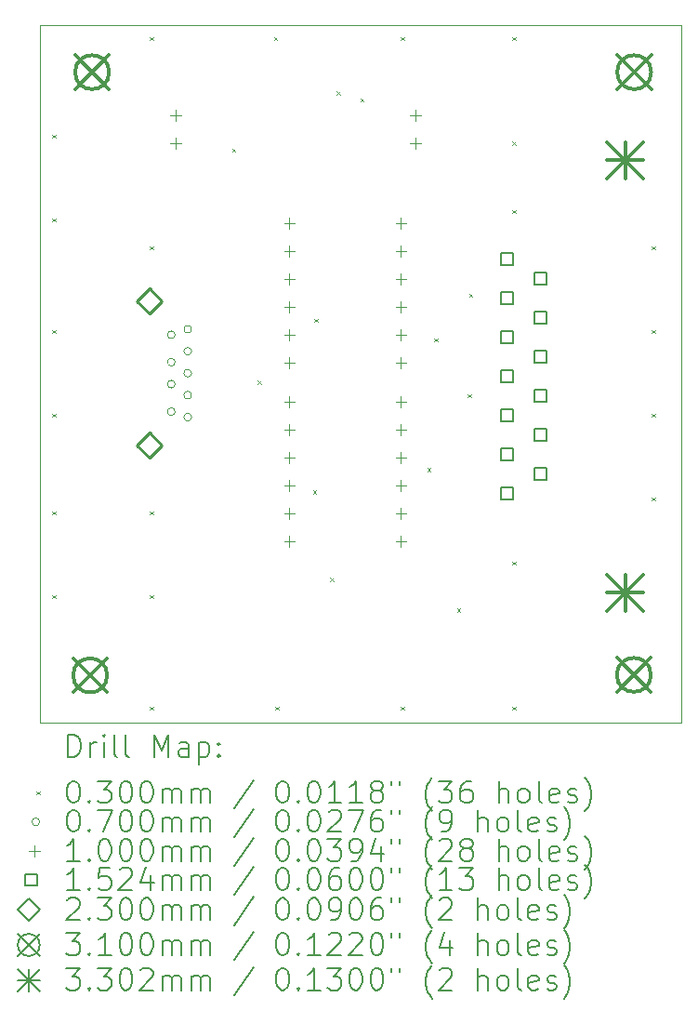
<source format=gbr>
%TF.GenerationSoftware,KiCad,Pcbnew,9.0.5*%
%TF.CreationDate,2025-11-16T23:31:36+01:00*%
%TF.ProjectId,MiSTer_A8SIO,4d695354-6572-45f4-9138-53494f2e6b69,1.2*%
%TF.SameCoordinates,Original*%
%TF.FileFunction,Drillmap*%
%TF.FilePolarity,Positive*%
%FSLAX45Y45*%
G04 Gerber Fmt 4.5, Leading zero omitted, Abs format (unit mm)*
G04 Created by KiCad (PCBNEW 9.0.5) date 2025-11-16 23:31:36*
%MOMM*%
%LPD*%
G01*
G04 APERTURE LIST*
%ADD10C,0.050000*%
%ADD11C,0.200000*%
%ADD12C,0.100000*%
%ADD13C,0.152400*%
%ADD14C,0.230000*%
%ADD15C,0.310000*%
%ADD16C,0.330200*%
G04 APERTURE END LIST*
D10*
X12954000Y-4572000D02*
X18796000Y-4572000D01*
X18796000Y-10922000D01*
X12954000Y-10922000D01*
X12954000Y-4572000D01*
D11*
D12*
X13066000Y-5573000D02*
X13096000Y-5603000D01*
X13096000Y-5573000D02*
X13066000Y-5603000D01*
X13066000Y-6335000D02*
X13096000Y-6365000D01*
X13096000Y-6335000D02*
X13066000Y-6365000D01*
X13066000Y-7351000D02*
X13096000Y-7381000D01*
X13096000Y-7351000D02*
X13066000Y-7381000D01*
X13066000Y-8113000D02*
X13096000Y-8143000D01*
X13096000Y-8113000D02*
X13066000Y-8143000D01*
X13066000Y-9002000D02*
X13096000Y-9032000D01*
X13096000Y-9002000D02*
X13066000Y-9032000D01*
X13066000Y-9764000D02*
X13096000Y-9794000D01*
X13096000Y-9764000D02*
X13066000Y-9794000D01*
X13955000Y-4684000D02*
X13985000Y-4714000D01*
X13985000Y-4684000D02*
X13955000Y-4714000D01*
X13955000Y-6589000D02*
X13985000Y-6619000D01*
X13985000Y-6589000D02*
X13955000Y-6619000D01*
X13955000Y-9002000D02*
X13985000Y-9032000D01*
X13985000Y-9002000D02*
X13955000Y-9032000D01*
X13955000Y-9764000D02*
X13985000Y-9794000D01*
X13985000Y-9764000D02*
X13955000Y-9794000D01*
X13955000Y-10780000D02*
X13985000Y-10810000D01*
X13985000Y-10780000D02*
X13955000Y-10810000D01*
X14704200Y-5697600D02*
X14734200Y-5727600D01*
X14734200Y-5697600D02*
X14704200Y-5727600D01*
X14935000Y-7810000D02*
X14965000Y-7840000D01*
X14965000Y-7810000D02*
X14935000Y-7840000D01*
X15085300Y-4684000D02*
X15115300Y-4714000D01*
X15115300Y-4684000D02*
X15085300Y-4714000D01*
X15098000Y-10780000D02*
X15128000Y-10810000D01*
X15128000Y-10780000D02*
X15098000Y-10810000D01*
X15440900Y-8811500D02*
X15470900Y-8841500D01*
X15470900Y-8811500D02*
X15440900Y-8841500D01*
X15453600Y-7249400D02*
X15483600Y-7279400D01*
X15483600Y-7249400D02*
X15453600Y-7279400D01*
X15599650Y-9605250D02*
X15629650Y-9635250D01*
X15629650Y-9605250D02*
X15599650Y-9635250D01*
X15656800Y-5179300D02*
X15686800Y-5209300D01*
X15686800Y-5179300D02*
X15656800Y-5209300D01*
X15872600Y-5240400D02*
X15902600Y-5270400D01*
X15902600Y-5240400D02*
X15872600Y-5270400D01*
X16241000Y-4684000D02*
X16271000Y-4714000D01*
X16271000Y-4684000D02*
X16241000Y-4714000D01*
X16241000Y-10780000D02*
X16271000Y-10810000D01*
X16271000Y-10780000D02*
X16241000Y-10810000D01*
X16482300Y-8608300D02*
X16512300Y-8638300D01*
X16512300Y-8608300D02*
X16482300Y-8638300D01*
X16545800Y-7427200D02*
X16575800Y-7457200D01*
X16575800Y-7427200D02*
X16545800Y-7457200D01*
X16753110Y-9886430D02*
X16783110Y-9916430D01*
X16783110Y-9886430D02*
X16753110Y-9916430D01*
X16850600Y-7935200D02*
X16880600Y-7965200D01*
X16880600Y-7935200D02*
X16850600Y-7965200D01*
X16863300Y-7020800D02*
X16893300Y-7050800D01*
X16893300Y-7020800D02*
X16863300Y-7050800D01*
X17257000Y-4684000D02*
X17287000Y-4714000D01*
X17287000Y-4684000D02*
X17257000Y-4714000D01*
X17257000Y-5636500D02*
X17287000Y-5666500D01*
X17287000Y-5636500D02*
X17257000Y-5666500D01*
X17257000Y-6258800D02*
X17287000Y-6288800D01*
X17287000Y-6258800D02*
X17257000Y-6288800D01*
X17257000Y-9459200D02*
X17287000Y-9489200D01*
X17287000Y-9459200D02*
X17257000Y-9489200D01*
X17257000Y-10780000D02*
X17287000Y-10810000D01*
X17287000Y-10780000D02*
X17257000Y-10810000D01*
X18527000Y-6589000D02*
X18557000Y-6619000D01*
X18557000Y-6589000D02*
X18527000Y-6619000D01*
X18527000Y-7351000D02*
X18557000Y-7381000D01*
X18557000Y-7351000D02*
X18527000Y-7381000D01*
X18527000Y-8113000D02*
X18557000Y-8143000D01*
X18557000Y-8113000D02*
X18527000Y-8143000D01*
X18527000Y-8875000D02*
X18557000Y-8905000D01*
X18557000Y-8875000D02*
X18527000Y-8905000D01*
X14185200Y-7393800D02*
G75*
G02*
X14115200Y-7393800I-35000J0D01*
G01*
X14115200Y-7393800D02*
G75*
G02*
X14185200Y-7393800I35000J0D01*
G01*
X14185200Y-7643800D02*
G75*
G02*
X14115200Y-7643800I-35000J0D01*
G01*
X14115200Y-7643800D02*
G75*
G02*
X14185200Y-7643800I35000J0D01*
G01*
X14185200Y-7843800D02*
G75*
G02*
X14115200Y-7843800I-35000J0D01*
G01*
X14115200Y-7843800D02*
G75*
G02*
X14185200Y-7843800I35000J0D01*
G01*
X14185200Y-8093800D02*
G75*
G02*
X14115200Y-8093800I-35000J0D01*
G01*
X14115200Y-8093800D02*
G75*
G02*
X14185200Y-8093800I35000J0D01*
G01*
X14335200Y-7343800D02*
G75*
G02*
X14265200Y-7343800I-35000J0D01*
G01*
X14265200Y-7343800D02*
G75*
G02*
X14335200Y-7343800I35000J0D01*
G01*
X14335200Y-7543800D02*
G75*
G02*
X14265200Y-7543800I-35000J0D01*
G01*
X14265200Y-7543800D02*
G75*
G02*
X14335200Y-7543800I35000J0D01*
G01*
X14335200Y-7743800D02*
G75*
G02*
X14265200Y-7743800I-35000J0D01*
G01*
X14265200Y-7743800D02*
G75*
G02*
X14335200Y-7743800I35000J0D01*
G01*
X14335200Y-7943800D02*
G75*
G02*
X14265200Y-7943800I-35000J0D01*
G01*
X14265200Y-7943800D02*
G75*
G02*
X14335200Y-7943800I35000J0D01*
G01*
X14335200Y-8143800D02*
G75*
G02*
X14265200Y-8143800I-35000J0D01*
G01*
X14265200Y-8143800D02*
G75*
G02*
X14335200Y-8143800I35000J0D01*
G01*
X14193520Y-5347500D02*
X14193520Y-5447500D01*
X14143520Y-5397500D02*
X14243520Y-5397500D01*
X14193520Y-5601500D02*
X14193520Y-5701500D01*
X14143520Y-5651500D02*
X14243520Y-5651500D01*
X15227300Y-6325400D02*
X15227300Y-6425400D01*
X15177300Y-6375400D02*
X15277300Y-6375400D01*
X15227300Y-6579400D02*
X15227300Y-6679400D01*
X15177300Y-6629400D02*
X15277300Y-6629400D01*
X15227300Y-6833400D02*
X15227300Y-6933400D01*
X15177300Y-6883400D02*
X15277300Y-6883400D01*
X15227300Y-7087400D02*
X15227300Y-7187400D01*
X15177300Y-7137400D02*
X15277300Y-7137400D01*
X15227300Y-7341400D02*
X15227300Y-7441400D01*
X15177300Y-7391400D02*
X15277300Y-7391400D01*
X15227300Y-7595400D02*
X15227300Y-7695400D01*
X15177300Y-7645400D02*
X15277300Y-7645400D01*
X15227300Y-7951000D02*
X15227300Y-8051000D01*
X15177300Y-8001000D02*
X15277300Y-8001000D01*
X15227300Y-8205000D02*
X15227300Y-8305000D01*
X15177300Y-8255000D02*
X15277300Y-8255000D01*
X15227300Y-8459000D02*
X15227300Y-8559000D01*
X15177300Y-8509000D02*
X15277300Y-8509000D01*
X15227300Y-8713000D02*
X15227300Y-8813000D01*
X15177300Y-8763000D02*
X15277300Y-8763000D01*
X15227300Y-8967000D02*
X15227300Y-9067000D01*
X15177300Y-9017000D02*
X15277300Y-9017000D01*
X15227300Y-9221000D02*
X15227300Y-9321000D01*
X15177300Y-9271000D02*
X15277300Y-9271000D01*
X16243300Y-6325400D02*
X16243300Y-6425400D01*
X16193300Y-6375400D02*
X16293300Y-6375400D01*
X16243300Y-6579400D02*
X16243300Y-6679400D01*
X16193300Y-6629400D02*
X16293300Y-6629400D01*
X16243300Y-6833400D02*
X16243300Y-6933400D01*
X16193300Y-6883400D02*
X16293300Y-6883400D01*
X16243300Y-7087400D02*
X16243300Y-7187400D01*
X16193300Y-7137400D02*
X16293300Y-7137400D01*
X16243300Y-7341400D02*
X16243300Y-7441400D01*
X16193300Y-7391400D02*
X16293300Y-7391400D01*
X16243300Y-7595400D02*
X16243300Y-7695400D01*
X16193300Y-7645400D02*
X16293300Y-7645400D01*
X16243300Y-7951000D02*
X16243300Y-8051000D01*
X16193300Y-8001000D02*
X16293300Y-8001000D01*
X16243300Y-8205000D02*
X16243300Y-8305000D01*
X16193300Y-8255000D02*
X16293300Y-8255000D01*
X16243300Y-8459000D02*
X16243300Y-8559000D01*
X16193300Y-8509000D02*
X16293300Y-8509000D01*
X16243300Y-8713000D02*
X16243300Y-8813000D01*
X16193300Y-8763000D02*
X16293300Y-8763000D01*
X16243300Y-8967000D02*
X16243300Y-9067000D01*
X16193300Y-9017000D02*
X16293300Y-9017000D01*
X16243300Y-9221000D02*
X16243300Y-9321000D01*
X16193300Y-9271000D02*
X16293300Y-9271000D01*
X16377920Y-5347500D02*
X16377920Y-5447500D01*
X16327920Y-5397500D02*
X16427920Y-5397500D01*
X16377920Y-5601500D02*
X16377920Y-5701500D01*
X16327920Y-5651500D02*
X16427920Y-5651500D01*
D13*
X17262382Y-6759482D02*
X17262382Y-6651718D01*
X17154618Y-6651718D01*
X17154618Y-6759482D01*
X17262382Y-6759482D01*
X17262382Y-7115082D02*
X17262382Y-7007318D01*
X17154618Y-7007318D01*
X17154618Y-7115082D01*
X17262382Y-7115082D01*
X17262382Y-7470682D02*
X17262382Y-7362918D01*
X17154618Y-7362918D01*
X17154618Y-7470682D01*
X17262382Y-7470682D01*
X17262382Y-7826282D02*
X17262382Y-7718518D01*
X17154618Y-7718518D01*
X17154618Y-7826282D01*
X17262382Y-7826282D01*
X17262382Y-8181882D02*
X17262382Y-8074118D01*
X17154618Y-8074118D01*
X17154618Y-8181882D01*
X17262382Y-8181882D01*
X17262382Y-8537482D02*
X17262382Y-8429718D01*
X17154618Y-8429718D01*
X17154618Y-8537482D01*
X17262382Y-8537482D01*
X17262382Y-8893082D02*
X17262382Y-8785318D01*
X17154618Y-8785318D01*
X17154618Y-8893082D01*
X17262382Y-8893082D01*
X17567182Y-6937282D02*
X17567182Y-6829518D01*
X17459418Y-6829518D01*
X17459418Y-6937282D01*
X17567182Y-6937282D01*
X17567182Y-7292882D02*
X17567182Y-7185118D01*
X17459418Y-7185118D01*
X17459418Y-7292882D01*
X17567182Y-7292882D01*
X17567182Y-7648482D02*
X17567182Y-7540718D01*
X17459418Y-7540718D01*
X17459418Y-7648482D01*
X17567182Y-7648482D01*
X17567182Y-8004082D02*
X17567182Y-7896318D01*
X17459418Y-7896318D01*
X17459418Y-8004082D01*
X17567182Y-8004082D01*
X17567182Y-8359682D02*
X17567182Y-8251918D01*
X17459418Y-8251918D01*
X17459418Y-8359682D01*
X17567182Y-8359682D01*
X17567182Y-8715282D02*
X17567182Y-8607518D01*
X17459418Y-8607518D01*
X17459418Y-8715282D01*
X17567182Y-8715282D01*
D14*
X13950200Y-7201800D02*
X14065200Y-7086800D01*
X13950200Y-6971800D01*
X13835200Y-7086800D01*
X13950200Y-7201800D01*
X13950200Y-8515800D02*
X14065200Y-8400800D01*
X13950200Y-8285800D01*
X13835200Y-8400800D01*
X13950200Y-8515800D01*
D15*
X13256200Y-10339781D02*
X13566200Y-10649781D01*
X13566200Y-10339781D02*
X13256200Y-10649781D01*
X13566200Y-10494781D02*
G75*
G02*
X13256200Y-10494781I-155000J0D01*
G01*
X13256200Y-10494781D02*
G75*
G02*
X13566200Y-10494781I155000J0D01*
G01*
X13273980Y-4848800D02*
X13583980Y-5158800D01*
X13583980Y-4848800D02*
X13273980Y-5158800D01*
X13583980Y-5003800D02*
G75*
G02*
X13273980Y-5003800I-155000J0D01*
G01*
X13273980Y-5003800D02*
G75*
G02*
X13583980Y-5003800I155000J0D01*
G01*
X18209200Y-10335200D02*
X18519200Y-10645200D01*
X18519200Y-10335200D02*
X18209200Y-10645200D01*
X18519200Y-10490200D02*
G75*
G02*
X18209200Y-10490200I-155000J0D01*
G01*
X18209200Y-10490200D02*
G75*
G02*
X18519200Y-10490200I155000J0D01*
G01*
X18211740Y-4848800D02*
X18521740Y-5158800D01*
X18521740Y-4848800D02*
X18211740Y-5158800D01*
X18521740Y-5003800D02*
G75*
G02*
X18211740Y-5003800I-155000J0D01*
G01*
X18211740Y-5003800D02*
G75*
G02*
X18521740Y-5003800I155000J0D01*
G01*
D16*
X18122900Y-5638800D02*
X18453100Y-5969000D01*
X18453100Y-5638800D02*
X18122900Y-5969000D01*
X18288000Y-5638800D02*
X18288000Y-5969000D01*
X18122900Y-5803900D02*
X18453100Y-5803900D01*
X18122900Y-9575800D02*
X18453100Y-9906000D01*
X18453100Y-9575800D02*
X18122900Y-9906000D01*
X18288000Y-9575800D02*
X18288000Y-9906000D01*
X18122900Y-9740900D02*
X18453100Y-9740900D01*
D11*
X13212277Y-11235984D02*
X13212277Y-11035984D01*
X13212277Y-11035984D02*
X13259896Y-11035984D01*
X13259896Y-11035984D02*
X13288467Y-11045508D01*
X13288467Y-11045508D02*
X13307515Y-11064555D01*
X13307515Y-11064555D02*
X13317039Y-11083603D01*
X13317039Y-11083603D02*
X13326562Y-11121698D01*
X13326562Y-11121698D02*
X13326562Y-11150270D01*
X13326562Y-11150270D02*
X13317039Y-11188365D01*
X13317039Y-11188365D02*
X13307515Y-11207412D01*
X13307515Y-11207412D02*
X13288467Y-11226460D01*
X13288467Y-11226460D02*
X13259896Y-11235984D01*
X13259896Y-11235984D02*
X13212277Y-11235984D01*
X13412277Y-11235984D02*
X13412277Y-11102650D01*
X13412277Y-11140746D02*
X13421801Y-11121698D01*
X13421801Y-11121698D02*
X13431324Y-11112174D01*
X13431324Y-11112174D02*
X13450372Y-11102650D01*
X13450372Y-11102650D02*
X13469420Y-11102650D01*
X13536086Y-11235984D02*
X13536086Y-11102650D01*
X13536086Y-11035984D02*
X13526562Y-11045508D01*
X13526562Y-11045508D02*
X13536086Y-11055031D01*
X13536086Y-11055031D02*
X13545610Y-11045508D01*
X13545610Y-11045508D02*
X13536086Y-11035984D01*
X13536086Y-11035984D02*
X13536086Y-11055031D01*
X13659896Y-11235984D02*
X13640848Y-11226460D01*
X13640848Y-11226460D02*
X13631324Y-11207412D01*
X13631324Y-11207412D02*
X13631324Y-11035984D01*
X13764658Y-11235984D02*
X13745610Y-11226460D01*
X13745610Y-11226460D02*
X13736086Y-11207412D01*
X13736086Y-11207412D02*
X13736086Y-11035984D01*
X13993229Y-11235984D02*
X13993229Y-11035984D01*
X13993229Y-11035984D02*
X14059896Y-11178841D01*
X14059896Y-11178841D02*
X14126562Y-11035984D01*
X14126562Y-11035984D02*
X14126562Y-11235984D01*
X14307515Y-11235984D02*
X14307515Y-11131222D01*
X14307515Y-11131222D02*
X14297991Y-11112174D01*
X14297991Y-11112174D02*
X14278943Y-11102650D01*
X14278943Y-11102650D02*
X14240848Y-11102650D01*
X14240848Y-11102650D02*
X14221801Y-11112174D01*
X14307515Y-11226460D02*
X14288467Y-11235984D01*
X14288467Y-11235984D02*
X14240848Y-11235984D01*
X14240848Y-11235984D02*
X14221801Y-11226460D01*
X14221801Y-11226460D02*
X14212277Y-11207412D01*
X14212277Y-11207412D02*
X14212277Y-11188365D01*
X14212277Y-11188365D02*
X14221801Y-11169317D01*
X14221801Y-11169317D02*
X14240848Y-11159793D01*
X14240848Y-11159793D02*
X14288467Y-11159793D01*
X14288467Y-11159793D02*
X14307515Y-11150270D01*
X14402753Y-11102650D02*
X14402753Y-11302650D01*
X14402753Y-11112174D02*
X14421801Y-11102650D01*
X14421801Y-11102650D02*
X14459896Y-11102650D01*
X14459896Y-11102650D02*
X14478943Y-11112174D01*
X14478943Y-11112174D02*
X14488467Y-11121698D01*
X14488467Y-11121698D02*
X14497991Y-11140746D01*
X14497991Y-11140746D02*
X14497991Y-11197888D01*
X14497991Y-11197888D02*
X14488467Y-11216936D01*
X14488467Y-11216936D02*
X14478943Y-11226460D01*
X14478943Y-11226460D02*
X14459896Y-11235984D01*
X14459896Y-11235984D02*
X14421801Y-11235984D01*
X14421801Y-11235984D02*
X14402753Y-11226460D01*
X14583705Y-11216936D02*
X14593229Y-11226460D01*
X14593229Y-11226460D02*
X14583705Y-11235984D01*
X14583705Y-11235984D02*
X14574182Y-11226460D01*
X14574182Y-11226460D02*
X14583705Y-11216936D01*
X14583705Y-11216936D02*
X14583705Y-11235984D01*
X14583705Y-11112174D02*
X14593229Y-11121698D01*
X14593229Y-11121698D02*
X14583705Y-11131222D01*
X14583705Y-11131222D02*
X14574182Y-11121698D01*
X14574182Y-11121698D02*
X14583705Y-11112174D01*
X14583705Y-11112174D02*
X14583705Y-11131222D01*
D12*
X12921500Y-11549500D02*
X12951500Y-11579500D01*
X12951500Y-11549500D02*
X12921500Y-11579500D01*
D11*
X13250372Y-11455984D02*
X13269420Y-11455984D01*
X13269420Y-11455984D02*
X13288467Y-11465508D01*
X13288467Y-11465508D02*
X13297991Y-11475031D01*
X13297991Y-11475031D02*
X13307515Y-11494079D01*
X13307515Y-11494079D02*
X13317039Y-11532174D01*
X13317039Y-11532174D02*
X13317039Y-11579793D01*
X13317039Y-11579793D02*
X13307515Y-11617888D01*
X13307515Y-11617888D02*
X13297991Y-11636936D01*
X13297991Y-11636936D02*
X13288467Y-11646460D01*
X13288467Y-11646460D02*
X13269420Y-11655984D01*
X13269420Y-11655984D02*
X13250372Y-11655984D01*
X13250372Y-11655984D02*
X13231324Y-11646460D01*
X13231324Y-11646460D02*
X13221801Y-11636936D01*
X13221801Y-11636936D02*
X13212277Y-11617888D01*
X13212277Y-11617888D02*
X13202753Y-11579793D01*
X13202753Y-11579793D02*
X13202753Y-11532174D01*
X13202753Y-11532174D02*
X13212277Y-11494079D01*
X13212277Y-11494079D02*
X13221801Y-11475031D01*
X13221801Y-11475031D02*
X13231324Y-11465508D01*
X13231324Y-11465508D02*
X13250372Y-11455984D01*
X13402753Y-11636936D02*
X13412277Y-11646460D01*
X13412277Y-11646460D02*
X13402753Y-11655984D01*
X13402753Y-11655984D02*
X13393229Y-11646460D01*
X13393229Y-11646460D02*
X13402753Y-11636936D01*
X13402753Y-11636936D02*
X13402753Y-11655984D01*
X13478943Y-11455984D02*
X13602753Y-11455984D01*
X13602753Y-11455984D02*
X13536086Y-11532174D01*
X13536086Y-11532174D02*
X13564658Y-11532174D01*
X13564658Y-11532174D02*
X13583705Y-11541698D01*
X13583705Y-11541698D02*
X13593229Y-11551222D01*
X13593229Y-11551222D02*
X13602753Y-11570269D01*
X13602753Y-11570269D02*
X13602753Y-11617888D01*
X13602753Y-11617888D02*
X13593229Y-11636936D01*
X13593229Y-11636936D02*
X13583705Y-11646460D01*
X13583705Y-11646460D02*
X13564658Y-11655984D01*
X13564658Y-11655984D02*
X13507515Y-11655984D01*
X13507515Y-11655984D02*
X13488467Y-11646460D01*
X13488467Y-11646460D02*
X13478943Y-11636936D01*
X13726562Y-11455984D02*
X13745610Y-11455984D01*
X13745610Y-11455984D02*
X13764658Y-11465508D01*
X13764658Y-11465508D02*
X13774182Y-11475031D01*
X13774182Y-11475031D02*
X13783705Y-11494079D01*
X13783705Y-11494079D02*
X13793229Y-11532174D01*
X13793229Y-11532174D02*
X13793229Y-11579793D01*
X13793229Y-11579793D02*
X13783705Y-11617888D01*
X13783705Y-11617888D02*
X13774182Y-11636936D01*
X13774182Y-11636936D02*
X13764658Y-11646460D01*
X13764658Y-11646460D02*
X13745610Y-11655984D01*
X13745610Y-11655984D02*
X13726562Y-11655984D01*
X13726562Y-11655984D02*
X13707515Y-11646460D01*
X13707515Y-11646460D02*
X13697991Y-11636936D01*
X13697991Y-11636936D02*
X13688467Y-11617888D01*
X13688467Y-11617888D02*
X13678943Y-11579793D01*
X13678943Y-11579793D02*
X13678943Y-11532174D01*
X13678943Y-11532174D02*
X13688467Y-11494079D01*
X13688467Y-11494079D02*
X13697991Y-11475031D01*
X13697991Y-11475031D02*
X13707515Y-11465508D01*
X13707515Y-11465508D02*
X13726562Y-11455984D01*
X13917039Y-11455984D02*
X13936086Y-11455984D01*
X13936086Y-11455984D02*
X13955134Y-11465508D01*
X13955134Y-11465508D02*
X13964658Y-11475031D01*
X13964658Y-11475031D02*
X13974182Y-11494079D01*
X13974182Y-11494079D02*
X13983705Y-11532174D01*
X13983705Y-11532174D02*
X13983705Y-11579793D01*
X13983705Y-11579793D02*
X13974182Y-11617888D01*
X13974182Y-11617888D02*
X13964658Y-11636936D01*
X13964658Y-11636936D02*
X13955134Y-11646460D01*
X13955134Y-11646460D02*
X13936086Y-11655984D01*
X13936086Y-11655984D02*
X13917039Y-11655984D01*
X13917039Y-11655984D02*
X13897991Y-11646460D01*
X13897991Y-11646460D02*
X13888467Y-11636936D01*
X13888467Y-11636936D02*
X13878943Y-11617888D01*
X13878943Y-11617888D02*
X13869420Y-11579793D01*
X13869420Y-11579793D02*
X13869420Y-11532174D01*
X13869420Y-11532174D02*
X13878943Y-11494079D01*
X13878943Y-11494079D02*
X13888467Y-11475031D01*
X13888467Y-11475031D02*
X13897991Y-11465508D01*
X13897991Y-11465508D02*
X13917039Y-11455984D01*
X14069420Y-11655984D02*
X14069420Y-11522650D01*
X14069420Y-11541698D02*
X14078943Y-11532174D01*
X14078943Y-11532174D02*
X14097991Y-11522650D01*
X14097991Y-11522650D02*
X14126563Y-11522650D01*
X14126563Y-11522650D02*
X14145610Y-11532174D01*
X14145610Y-11532174D02*
X14155134Y-11551222D01*
X14155134Y-11551222D02*
X14155134Y-11655984D01*
X14155134Y-11551222D02*
X14164658Y-11532174D01*
X14164658Y-11532174D02*
X14183705Y-11522650D01*
X14183705Y-11522650D02*
X14212277Y-11522650D01*
X14212277Y-11522650D02*
X14231324Y-11532174D01*
X14231324Y-11532174D02*
X14240848Y-11551222D01*
X14240848Y-11551222D02*
X14240848Y-11655984D01*
X14336086Y-11655984D02*
X14336086Y-11522650D01*
X14336086Y-11541698D02*
X14345610Y-11532174D01*
X14345610Y-11532174D02*
X14364658Y-11522650D01*
X14364658Y-11522650D02*
X14393229Y-11522650D01*
X14393229Y-11522650D02*
X14412277Y-11532174D01*
X14412277Y-11532174D02*
X14421801Y-11551222D01*
X14421801Y-11551222D02*
X14421801Y-11655984D01*
X14421801Y-11551222D02*
X14431324Y-11532174D01*
X14431324Y-11532174D02*
X14450372Y-11522650D01*
X14450372Y-11522650D02*
X14478943Y-11522650D01*
X14478943Y-11522650D02*
X14497991Y-11532174D01*
X14497991Y-11532174D02*
X14507515Y-11551222D01*
X14507515Y-11551222D02*
X14507515Y-11655984D01*
X14897991Y-11446460D02*
X14726563Y-11703603D01*
X15155134Y-11455984D02*
X15174182Y-11455984D01*
X15174182Y-11455984D02*
X15193229Y-11465508D01*
X15193229Y-11465508D02*
X15202753Y-11475031D01*
X15202753Y-11475031D02*
X15212277Y-11494079D01*
X15212277Y-11494079D02*
X15221801Y-11532174D01*
X15221801Y-11532174D02*
X15221801Y-11579793D01*
X15221801Y-11579793D02*
X15212277Y-11617888D01*
X15212277Y-11617888D02*
X15202753Y-11636936D01*
X15202753Y-11636936D02*
X15193229Y-11646460D01*
X15193229Y-11646460D02*
X15174182Y-11655984D01*
X15174182Y-11655984D02*
X15155134Y-11655984D01*
X15155134Y-11655984D02*
X15136086Y-11646460D01*
X15136086Y-11646460D02*
X15126563Y-11636936D01*
X15126563Y-11636936D02*
X15117039Y-11617888D01*
X15117039Y-11617888D02*
X15107515Y-11579793D01*
X15107515Y-11579793D02*
X15107515Y-11532174D01*
X15107515Y-11532174D02*
X15117039Y-11494079D01*
X15117039Y-11494079D02*
X15126563Y-11475031D01*
X15126563Y-11475031D02*
X15136086Y-11465508D01*
X15136086Y-11465508D02*
X15155134Y-11455984D01*
X15307515Y-11636936D02*
X15317039Y-11646460D01*
X15317039Y-11646460D02*
X15307515Y-11655984D01*
X15307515Y-11655984D02*
X15297991Y-11646460D01*
X15297991Y-11646460D02*
X15307515Y-11636936D01*
X15307515Y-11636936D02*
X15307515Y-11655984D01*
X15440848Y-11455984D02*
X15459896Y-11455984D01*
X15459896Y-11455984D02*
X15478944Y-11465508D01*
X15478944Y-11465508D02*
X15488467Y-11475031D01*
X15488467Y-11475031D02*
X15497991Y-11494079D01*
X15497991Y-11494079D02*
X15507515Y-11532174D01*
X15507515Y-11532174D02*
X15507515Y-11579793D01*
X15507515Y-11579793D02*
X15497991Y-11617888D01*
X15497991Y-11617888D02*
X15488467Y-11636936D01*
X15488467Y-11636936D02*
X15478944Y-11646460D01*
X15478944Y-11646460D02*
X15459896Y-11655984D01*
X15459896Y-11655984D02*
X15440848Y-11655984D01*
X15440848Y-11655984D02*
X15421801Y-11646460D01*
X15421801Y-11646460D02*
X15412277Y-11636936D01*
X15412277Y-11636936D02*
X15402753Y-11617888D01*
X15402753Y-11617888D02*
X15393229Y-11579793D01*
X15393229Y-11579793D02*
X15393229Y-11532174D01*
X15393229Y-11532174D02*
X15402753Y-11494079D01*
X15402753Y-11494079D02*
X15412277Y-11475031D01*
X15412277Y-11475031D02*
X15421801Y-11465508D01*
X15421801Y-11465508D02*
X15440848Y-11455984D01*
X15697991Y-11655984D02*
X15583706Y-11655984D01*
X15640848Y-11655984D02*
X15640848Y-11455984D01*
X15640848Y-11455984D02*
X15621801Y-11484555D01*
X15621801Y-11484555D02*
X15602753Y-11503603D01*
X15602753Y-11503603D02*
X15583706Y-11513127D01*
X15888467Y-11655984D02*
X15774182Y-11655984D01*
X15831325Y-11655984D02*
X15831325Y-11455984D01*
X15831325Y-11455984D02*
X15812277Y-11484555D01*
X15812277Y-11484555D02*
X15793229Y-11503603D01*
X15793229Y-11503603D02*
X15774182Y-11513127D01*
X16002753Y-11541698D02*
X15983706Y-11532174D01*
X15983706Y-11532174D02*
X15974182Y-11522650D01*
X15974182Y-11522650D02*
X15964658Y-11503603D01*
X15964658Y-11503603D02*
X15964658Y-11494079D01*
X15964658Y-11494079D02*
X15974182Y-11475031D01*
X15974182Y-11475031D02*
X15983706Y-11465508D01*
X15983706Y-11465508D02*
X16002753Y-11455984D01*
X16002753Y-11455984D02*
X16040848Y-11455984D01*
X16040848Y-11455984D02*
X16059896Y-11465508D01*
X16059896Y-11465508D02*
X16069420Y-11475031D01*
X16069420Y-11475031D02*
X16078944Y-11494079D01*
X16078944Y-11494079D02*
X16078944Y-11503603D01*
X16078944Y-11503603D02*
X16069420Y-11522650D01*
X16069420Y-11522650D02*
X16059896Y-11532174D01*
X16059896Y-11532174D02*
X16040848Y-11541698D01*
X16040848Y-11541698D02*
X16002753Y-11541698D01*
X16002753Y-11541698D02*
X15983706Y-11551222D01*
X15983706Y-11551222D02*
X15974182Y-11560746D01*
X15974182Y-11560746D02*
X15964658Y-11579793D01*
X15964658Y-11579793D02*
X15964658Y-11617888D01*
X15964658Y-11617888D02*
X15974182Y-11636936D01*
X15974182Y-11636936D02*
X15983706Y-11646460D01*
X15983706Y-11646460D02*
X16002753Y-11655984D01*
X16002753Y-11655984D02*
X16040848Y-11655984D01*
X16040848Y-11655984D02*
X16059896Y-11646460D01*
X16059896Y-11646460D02*
X16069420Y-11636936D01*
X16069420Y-11636936D02*
X16078944Y-11617888D01*
X16078944Y-11617888D02*
X16078944Y-11579793D01*
X16078944Y-11579793D02*
X16069420Y-11560746D01*
X16069420Y-11560746D02*
X16059896Y-11551222D01*
X16059896Y-11551222D02*
X16040848Y-11541698D01*
X16155134Y-11455984D02*
X16155134Y-11494079D01*
X16231325Y-11455984D02*
X16231325Y-11494079D01*
X16526563Y-11732174D02*
X16517039Y-11722650D01*
X16517039Y-11722650D02*
X16497991Y-11694079D01*
X16497991Y-11694079D02*
X16488468Y-11675031D01*
X16488468Y-11675031D02*
X16478944Y-11646460D01*
X16478944Y-11646460D02*
X16469420Y-11598841D01*
X16469420Y-11598841D02*
X16469420Y-11560746D01*
X16469420Y-11560746D02*
X16478944Y-11513127D01*
X16478944Y-11513127D02*
X16488468Y-11484555D01*
X16488468Y-11484555D02*
X16497991Y-11465508D01*
X16497991Y-11465508D02*
X16517039Y-11436936D01*
X16517039Y-11436936D02*
X16526563Y-11427412D01*
X16583706Y-11455984D02*
X16707515Y-11455984D01*
X16707515Y-11455984D02*
X16640848Y-11532174D01*
X16640848Y-11532174D02*
X16669420Y-11532174D01*
X16669420Y-11532174D02*
X16688468Y-11541698D01*
X16688468Y-11541698D02*
X16697991Y-11551222D01*
X16697991Y-11551222D02*
X16707515Y-11570269D01*
X16707515Y-11570269D02*
X16707515Y-11617888D01*
X16707515Y-11617888D02*
X16697991Y-11636936D01*
X16697991Y-11636936D02*
X16688468Y-11646460D01*
X16688468Y-11646460D02*
X16669420Y-11655984D01*
X16669420Y-11655984D02*
X16612277Y-11655984D01*
X16612277Y-11655984D02*
X16593229Y-11646460D01*
X16593229Y-11646460D02*
X16583706Y-11636936D01*
X16878944Y-11455984D02*
X16840849Y-11455984D01*
X16840849Y-11455984D02*
X16821801Y-11465508D01*
X16821801Y-11465508D02*
X16812277Y-11475031D01*
X16812277Y-11475031D02*
X16793230Y-11503603D01*
X16793230Y-11503603D02*
X16783706Y-11541698D01*
X16783706Y-11541698D02*
X16783706Y-11617888D01*
X16783706Y-11617888D02*
X16793230Y-11636936D01*
X16793230Y-11636936D02*
X16802753Y-11646460D01*
X16802753Y-11646460D02*
X16821801Y-11655984D01*
X16821801Y-11655984D02*
X16859896Y-11655984D01*
X16859896Y-11655984D02*
X16878944Y-11646460D01*
X16878944Y-11646460D02*
X16888468Y-11636936D01*
X16888468Y-11636936D02*
X16897991Y-11617888D01*
X16897991Y-11617888D02*
X16897991Y-11570269D01*
X16897991Y-11570269D02*
X16888468Y-11551222D01*
X16888468Y-11551222D02*
X16878944Y-11541698D01*
X16878944Y-11541698D02*
X16859896Y-11532174D01*
X16859896Y-11532174D02*
X16821801Y-11532174D01*
X16821801Y-11532174D02*
X16802753Y-11541698D01*
X16802753Y-11541698D02*
X16793230Y-11551222D01*
X16793230Y-11551222D02*
X16783706Y-11570269D01*
X17136087Y-11655984D02*
X17136087Y-11455984D01*
X17221801Y-11655984D02*
X17221801Y-11551222D01*
X17221801Y-11551222D02*
X17212277Y-11532174D01*
X17212277Y-11532174D02*
X17193230Y-11522650D01*
X17193230Y-11522650D02*
X17164658Y-11522650D01*
X17164658Y-11522650D02*
X17145611Y-11532174D01*
X17145611Y-11532174D02*
X17136087Y-11541698D01*
X17345611Y-11655984D02*
X17326563Y-11646460D01*
X17326563Y-11646460D02*
X17317039Y-11636936D01*
X17317039Y-11636936D02*
X17307515Y-11617888D01*
X17307515Y-11617888D02*
X17307515Y-11560746D01*
X17307515Y-11560746D02*
X17317039Y-11541698D01*
X17317039Y-11541698D02*
X17326563Y-11532174D01*
X17326563Y-11532174D02*
X17345611Y-11522650D01*
X17345611Y-11522650D02*
X17374182Y-11522650D01*
X17374182Y-11522650D02*
X17393230Y-11532174D01*
X17393230Y-11532174D02*
X17402753Y-11541698D01*
X17402753Y-11541698D02*
X17412277Y-11560746D01*
X17412277Y-11560746D02*
X17412277Y-11617888D01*
X17412277Y-11617888D02*
X17402753Y-11636936D01*
X17402753Y-11636936D02*
X17393230Y-11646460D01*
X17393230Y-11646460D02*
X17374182Y-11655984D01*
X17374182Y-11655984D02*
X17345611Y-11655984D01*
X17526563Y-11655984D02*
X17507515Y-11646460D01*
X17507515Y-11646460D02*
X17497992Y-11627412D01*
X17497992Y-11627412D02*
X17497992Y-11455984D01*
X17678944Y-11646460D02*
X17659896Y-11655984D01*
X17659896Y-11655984D02*
X17621801Y-11655984D01*
X17621801Y-11655984D02*
X17602753Y-11646460D01*
X17602753Y-11646460D02*
X17593230Y-11627412D01*
X17593230Y-11627412D02*
X17593230Y-11551222D01*
X17593230Y-11551222D02*
X17602753Y-11532174D01*
X17602753Y-11532174D02*
X17621801Y-11522650D01*
X17621801Y-11522650D02*
X17659896Y-11522650D01*
X17659896Y-11522650D02*
X17678944Y-11532174D01*
X17678944Y-11532174D02*
X17688468Y-11551222D01*
X17688468Y-11551222D02*
X17688468Y-11570269D01*
X17688468Y-11570269D02*
X17593230Y-11589317D01*
X17764658Y-11646460D02*
X17783706Y-11655984D01*
X17783706Y-11655984D02*
X17821801Y-11655984D01*
X17821801Y-11655984D02*
X17840849Y-11646460D01*
X17840849Y-11646460D02*
X17850373Y-11627412D01*
X17850373Y-11627412D02*
X17850373Y-11617888D01*
X17850373Y-11617888D02*
X17840849Y-11598841D01*
X17840849Y-11598841D02*
X17821801Y-11589317D01*
X17821801Y-11589317D02*
X17793230Y-11589317D01*
X17793230Y-11589317D02*
X17774182Y-11579793D01*
X17774182Y-11579793D02*
X17764658Y-11560746D01*
X17764658Y-11560746D02*
X17764658Y-11551222D01*
X17764658Y-11551222D02*
X17774182Y-11532174D01*
X17774182Y-11532174D02*
X17793230Y-11522650D01*
X17793230Y-11522650D02*
X17821801Y-11522650D01*
X17821801Y-11522650D02*
X17840849Y-11532174D01*
X17917039Y-11732174D02*
X17926563Y-11722650D01*
X17926563Y-11722650D02*
X17945611Y-11694079D01*
X17945611Y-11694079D02*
X17955134Y-11675031D01*
X17955134Y-11675031D02*
X17964658Y-11646460D01*
X17964658Y-11646460D02*
X17974182Y-11598841D01*
X17974182Y-11598841D02*
X17974182Y-11560746D01*
X17974182Y-11560746D02*
X17964658Y-11513127D01*
X17964658Y-11513127D02*
X17955134Y-11484555D01*
X17955134Y-11484555D02*
X17945611Y-11465508D01*
X17945611Y-11465508D02*
X17926563Y-11436936D01*
X17926563Y-11436936D02*
X17917039Y-11427412D01*
D12*
X12951500Y-11828500D02*
G75*
G02*
X12881500Y-11828500I-35000J0D01*
G01*
X12881500Y-11828500D02*
G75*
G02*
X12951500Y-11828500I35000J0D01*
G01*
D11*
X13250372Y-11719984D02*
X13269420Y-11719984D01*
X13269420Y-11719984D02*
X13288467Y-11729508D01*
X13288467Y-11729508D02*
X13297991Y-11739031D01*
X13297991Y-11739031D02*
X13307515Y-11758079D01*
X13307515Y-11758079D02*
X13317039Y-11796174D01*
X13317039Y-11796174D02*
X13317039Y-11843793D01*
X13317039Y-11843793D02*
X13307515Y-11881888D01*
X13307515Y-11881888D02*
X13297991Y-11900936D01*
X13297991Y-11900936D02*
X13288467Y-11910460D01*
X13288467Y-11910460D02*
X13269420Y-11919984D01*
X13269420Y-11919984D02*
X13250372Y-11919984D01*
X13250372Y-11919984D02*
X13231324Y-11910460D01*
X13231324Y-11910460D02*
X13221801Y-11900936D01*
X13221801Y-11900936D02*
X13212277Y-11881888D01*
X13212277Y-11881888D02*
X13202753Y-11843793D01*
X13202753Y-11843793D02*
X13202753Y-11796174D01*
X13202753Y-11796174D02*
X13212277Y-11758079D01*
X13212277Y-11758079D02*
X13221801Y-11739031D01*
X13221801Y-11739031D02*
X13231324Y-11729508D01*
X13231324Y-11729508D02*
X13250372Y-11719984D01*
X13402753Y-11900936D02*
X13412277Y-11910460D01*
X13412277Y-11910460D02*
X13402753Y-11919984D01*
X13402753Y-11919984D02*
X13393229Y-11910460D01*
X13393229Y-11910460D02*
X13402753Y-11900936D01*
X13402753Y-11900936D02*
X13402753Y-11919984D01*
X13478943Y-11719984D02*
X13612277Y-11719984D01*
X13612277Y-11719984D02*
X13526562Y-11919984D01*
X13726562Y-11719984D02*
X13745610Y-11719984D01*
X13745610Y-11719984D02*
X13764658Y-11729508D01*
X13764658Y-11729508D02*
X13774182Y-11739031D01*
X13774182Y-11739031D02*
X13783705Y-11758079D01*
X13783705Y-11758079D02*
X13793229Y-11796174D01*
X13793229Y-11796174D02*
X13793229Y-11843793D01*
X13793229Y-11843793D02*
X13783705Y-11881888D01*
X13783705Y-11881888D02*
X13774182Y-11900936D01*
X13774182Y-11900936D02*
X13764658Y-11910460D01*
X13764658Y-11910460D02*
X13745610Y-11919984D01*
X13745610Y-11919984D02*
X13726562Y-11919984D01*
X13726562Y-11919984D02*
X13707515Y-11910460D01*
X13707515Y-11910460D02*
X13697991Y-11900936D01*
X13697991Y-11900936D02*
X13688467Y-11881888D01*
X13688467Y-11881888D02*
X13678943Y-11843793D01*
X13678943Y-11843793D02*
X13678943Y-11796174D01*
X13678943Y-11796174D02*
X13688467Y-11758079D01*
X13688467Y-11758079D02*
X13697991Y-11739031D01*
X13697991Y-11739031D02*
X13707515Y-11729508D01*
X13707515Y-11729508D02*
X13726562Y-11719984D01*
X13917039Y-11719984D02*
X13936086Y-11719984D01*
X13936086Y-11719984D02*
X13955134Y-11729508D01*
X13955134Y-11729508D02*
X13964658Y-11739031D01*
X13964658Y-11739031D02*
X13974182Y-11758079D01*
X13974182Y-11758079D02*
X13983705Y-11796174D01*
X13983705Y-11796174D02*
X13983705Y-11843793D01*
X13983705Y-11843793D02*
X13974182Y-11881888D01*
X13974182Y-11881888D02*
X13964658Y-11900936D01*
X13964658Y-11900936D02*
X13955134Y-11910460D01*
X13955134Y-11910460D02*
X13936086Y-11919984D01*
X13936086Y-11919984D02*
X13917039Y-11919984D01*
X13917039Y-11919984D02*
X13897991Y-11910460D01*
X13897991Y-11910460D02*
X13888467Y-11900936D01*
X13888467Y-11900936D02*
X13878943Y-11881888D01*
X13878943Y-11881888D02*
X13869420Y-11843793D01*
X13869420Y-11843793D02*
X13869420Y-11796174D01*
X13869420Y-11796174D02*
X13878943Y-11758079D01*
X13878943Y-11758079D02*
X13888467Y-11739031D01*
X13888467Y-11739031D02*
X13897991Y-11729508D01*
X13897991Y-11729508D02*
X13917039Y-11719984D01*
X14069420Y-11919984D02*
X14069420Y-11786650D01*
X14069420Y-11805698D02*
X14078943Y-11796174D01*
X14078943Y-11796174D02*
X14097991Y-11786650D01*
X14097991Y-11786650D02*
X14126563Y-11786650D01*
X14126563Y-11786650D02*
X14145610Y-11796174D01*
X14145610Y-11796174D02*
X14155134Y-11815222D01*
X14155134Y-11815222D02*
X14155134Y-11919984D01*
X14155134Y-11815222D02*
X14164658Y-11796174D01*
X14164658Y-11796174D02*
X14183705Y-11786650D01*
X14183705Y-11786650D02*
X14212277Y-11786650D01*
X14212277Y-11786650D02*
X14231324Y-11796174D01*
X14231324Y-11796174D02*
X14240848Y-11815222D01*
X14240848Y-11815222D02*
X14240848Y-11919984D01*
X14336086Y-11919984D02*
X14336086Y-11786650D01*
X14336086Y-11805698D02*
X14345610Y-11796174D01*
X14345610Y-11796174D02*
X14364658Y-11786650D01*
X14364658Y-11786650D02*
X14393229Y-11786650D01*
X14393229Y-11786650D02*
X14412277Y-11796174D01*
X14412277Y-11796174D02*
X14421801Y-11815222D01*
X14421801Y-11815222D02*
X14421801Y-11919984D01*
X14421801Y-11815222D02*
X14431324Y-11796174D01*
X14431324Y-11796174D02*
X14450372Y-11786650D01*
X14450372Y-11786650D02*
X14478943Y-11786650D01*
X14478943Y-11786650D02*
X14497991Y-11796174D01*
X14497991Y-11796174D02*
X14507515Y-11815222D01*
X14507515Y-11815222D02*
X14507515Y-11919984D01*
X14897991Y-11710460D02*
X14726563Y-11967603D01*
X15155134Y-11719984D02*
X15174182Y-11719984D01*
X15174182Y-11719984D02*
X15193229Y-11729508D01*
X15193229Y-11729508D02*
X15202753Y-11739031D01*
X15202753Y-11739031D02*
X15212277Y-11758079D01*
X15212277Y-11758079D02*
X15221801Y-11796174D01*
X15221801Y-11796174D02*
X15221801Y-11843793D01*
X15221801Y-11843793D02*
X15212277Y-11881888D01*
X15212277Y-11881888D02*
X15202753Y-11900936D01*
X15202753Y-11900936D02*
X15193229Y-11910460D01*
X15193229Y-11910460D02*
X15174182Y-11919984D01*
X15174182Y-11919984D02*
X15155134Y-11919984D01*
X15155134Y-11919984D02*
X15136086Y-11910460D01*
X15136086Y-11910460D02*
X15126563Y-11900936D01*
X15126563Y-11900936D02*
X15117039Y-11881888D01*
X15117039Y-11881888D02*
X15107515Y-11843793D01*
X15107515Y-11843793D02*
X15107515Y-11796174D01*
X15107515Y-11796174D02*
X15117039Y-11758079D01*
X15117039Y-11758079D02*
X15126563Y-11739031D01*
X15126563Y-11739031D02*
X15136086Y-11729508D01*
X15136086Y-11729508D02*
X15155134Y-11719984D01*
X15307515Y-11900936D02*
X15317039Y-11910460D01*
X15317039Y-11910460D02*
X15307515Y-11919984D01*
X15307515Y-11919984D02*
X15297991Y-11910460D01*
X15297991Y-11910460D02*
X15307515Y-11900936D01*
X15307515Y-11900936D02*
X15307515Y-11919984D01*
X15440848Y-11719984D02*
X15459896Y-11719984D01*
X15459896Y-11719984D02*
X15478944Y-11729508D01*
X15478944Y-11729508D02*
X15488467Y-11739031D01*
X15488467Y-11739031D02*
X15497991Y-11758079D01*
X15497991Y-11758079D02*
X15507515Y-11796174D01*
X15507515Y-11796174D02*
X15507515Y-11843793D01*
X15507515Y-11843793D02*
X15497991Y-11881888D01*
X15497991Y-11881888D02*
X15488467Y-11900936D01*
X15488467Y-11900936D02*
X15478944Y-11910460D01*
X15478944Y-11910460D02*
X15459896Y-11919984D01*
X15459896Y-11919984D02*
X15440848Y-11919984D01*
X15440848Y-11919984D02*
X15421801Y-11910460D01*
X15421801Y-11910460D02*
X15412277Y-11900936D01*
X15412277Y-11900936D02*
X15402753Y-11881888D01*
X15402753Y-11881888D02*
X15393229Y-11843793D01*
X15393229Y-11843793D02*
X15393229Y-11796174D01*
X15393229Y-11796174D02*
X15402753Y-11758079D01*
X15402753Y-11758079D02*
X15412277Y-11739031D01*
X15412277Y-11739031D02*
X15421801Y-11729508D01*
X15421801Y-11729508D02*
X15440848Y-11719984D01*
X15583706Y-11739031D02*
X15593229Y-11729508D01*
X15593229Y-11729508D02*
X15612277Y-11719984D01*
X15612277Y-11719984D02*
X15659896Y-11719984D01*
X15659896Y-11719984D02*
X15678944Y-11729508D01*
X15678944Y-11729508D02*
X15688467Y-11739031D01*
X15688467Y-11739031D02*
X15697991Y-11758079D01*
X15697991Y-11758079D02*
X15697991Y-11777127D01*
X15697991Y-11777127D02*
X15688467Y-11805698D01*
X15688467Y-11805698D02*
X15574182Y-11919984D01*
X15574182Y-11919984D02*
X15697991Y-11919984D01*
X15764658Y-11719984D02*
X15897991Y-11719984D01*
X15897991Y-11719984D02*
X15812277Y-11919984D01*
X16059896Y-11719984D02*
X16021801Y-11719984D01*
X16021801Y-11719984D02*
X16002753Y-11729508D01*
X16002753Y-11729508D02*
X15993229Y-11739031D01*
X15993229Y-11739031D02*
X15974182Y-11767603D01*
X15974182Y-11767603D02*
X15964658Y-11805698D01*
X15964658Y-11805698D02*
X15964658Y-11881888D01*
X15964658Y-11881888D02*
X15974182Y-11900936D01*
X15974182Y-11900936D02*
X15983706Y-11910460D01*
X15983706Y-11910460D02*
X16002753Y-11919984D01*
X16002753Y-11919984D02*
X16040848Y-11919984D01*
X16040848Y-11919984D02*
X16059896Y-11910460D01*
X16059896Y-11910460D02*
X16069420Y-11900936D01*
X16069420Y-11900936D02*
X16078944Y-11881888D01*
X16078944Y-11881888D02*
X16078944Y-11834269D01*
X16078944Y-11834269D02*
X16069420Y-11815222D01*
X16069420Y-11815222D02*
X16059896Y-11805698D01*
X16059896Y-11805698D02*
X16040848Y-11796174D01*
X16040848Y-11796174D02*
X16002753Y-11796174D01*
X16002753Y-11796174D02*
X15983706Y-11805698D01*
X15983706Y-11805698D02*
X15974182Y-11815222D01*
X15974182Y-11815222D02*
X15964658Y-11834269D01*
X16155134Y-11719984D02*
X16155134Y-11758079D01*
X16231325Y-11719984D02*
X16231325Y-11758079D01*
X16526563Y-11996174D02*
X16517039Y-11986650D01*
X16517039Y-11986650D02*
X16497991Y-11958079D01*
X16497991Y-11958079D02*
X16488468Y-11939031D01*
X16488468Y-11939031D02*
X16478944Y-11910460D01*
X16478944Y-11910460D02*
X16469420Y-11862841D01*
X16469420Y-11862841D02*
X16469420Y-11824746D01*
X16469420Y-11824746D02*
X16478944Y-11777127D01*
X16478944Y-11777127D02*
X16488468Y-11748555D01*
X16488468Y-11748555D02*
X16497991Y-11729508D01*
X16497991Y-11729508D02*
X16517039Y-11700936D01*
X16517039Y-11700936D02*
X16526563Y-11691412D01*
X16612277Y-11919984D02*
X16650372Y-11919984D01*
X16650372Y-11919984D02*
X16669420Y-11910460D01*
X16669420Y-11910460D02*
X16678944Y-11900936D01*
X16678944Y-11900936D02*
X16697991Y-11872365D01*
X16697991Y-11872365D02*
X16707515Y-11834269D01*
X16707515Y-11834269D02*
X16707515Y-11758079D01*
X16707515Y-11758079D02*
X16697991Y-11739031D01*
X16697991Y-11739031D02*
X16688468Y-11729508D01*
X16688468Y-11729508D02*
X16669420Y-11719984D01*
X16669420Y-11719984D02*
X16631325Y-11719984D01*
X16631325Y-11719984D02*
X16612277Y-11729508D01*
X16612277Y-11729508D02*
X16602753Y-11739031D01*
X16602753Y-11739031D02*
X16593229Y-11758079D01*
X16593229Y-11758079D02*
X16593229Y-11805698D01*
X16593229Y-11805698D02*
X16602753Y-11824746D01*
X16602753Y-11824746D02*
X16612277Y-11834269D01*
X16612277Y-11834269D02*
X16631325Y-11843793D01*
X16631325Y-11843793D02*
X16669420Y-11843793D01*
X16669420Y-11843793D02*
X16688468Y-11834269D01*
X16688468Y-11834269D02*
X16697991Y-11824746D01*
X16697991Y-11824746D02*
X16707515Y-11805698D01*
X16945611Y-11919984D02*
X16945611Y-11719984D01*
X17031325Y-11919984D02*
X17031325Y-11815222D01*
X17031325Y-11815222D02*
X17021801Y-11796174D01*
X17021801Y-11796174D02*
X17002753Y-11786650D01*
X17002753Y-11786650D02*
X16974182Y-11786650D01*
X16974182Y-11786650D02*
X16955134Y-11796174D01*
X16955134Y-11796174D02*
X16945611Y-11805698D01*
X17155134Y-11919984D02*
X17136087Y-11910460D01*
X17136087Y-11910460D02*
X17126563Y-11900936D01*
X17126563Y-11900936D02*
X17117039Y-11881888D01*
X17117039Y-11881888D02*
X17117039Y-11824746D01*
X17117039Y-11824746D02*
X17126563Y-11805698D01*
X17126563Y-11805698D02*
X17136087Y-11796174D01*
X17136087Y-11796174D02*
X17155134Y-11786650D01*
X17155134Y-11786650D02*
X17183706Y-11786650D01*
X17183706Y-11786650D02*
X17202753Y-11796174D01*
X17202753Y-11796174D02*
X17212277Y-11805698D01*
X17212277Y-11805698D02*
X17221801Y-11824746D01*
X17221801Y-11824746D02*
X17221801Y-11881888D01*
X17221801Y-11881888D02*
X17212277Y-11900936D01*
X17212277Y-11900936D02*
X17202753Y-11910460D01*
X17202753Y-11910460D02*
X17183706Y-11919984D01*
X17183706Y-11919984D02*
X17155134Y-11919984D01*
X17336087Y-11919984D02*
X17317039Y-11910460D01*
X17317039Y-11910460D02*
X17307515Y-11891412D01*
X17307515Y-11891412D02*
X17307515Y-11719984D01*
X17488468Y-11910460D02*
X17469420Y-11919984D01*
X17469420Y-11919984D02*
X17431325Y-11919984D01*
X17431325Y-11919984D02*
X17412277Y-11910460D01*
X17412277Y-11910460D02*
X17402753Y-11891412D01*
X17402753Y-11891412D02*
X17402753Y-11815222D01*
X17402753Y-11815222D02*
X17412277Y-11796174D01*
X17412277Y-11796174D02*
X17431325Y-11786650D01*
X17431325Y-11786650D02*
X17469420Y-11786650D01*
X17469420Y-11786650D02*
X17488468Y-11796174D01*
X17488468Y-11796174D02*
X17497992Y-11815222D01*
X17497992Y-11815222D02*
X17497992Y-11834269D01*
X17497992Y-11834269D02*
X17402753Y-11853317D01*
X17574182Y-11910460D02*
X17593230Y-11919984D01*
X17593230Y-11919984D02*
X17631325Y-11919984D01*
X17631325Y-11919984D02*
X17650373Y-11910460D01*
X17650373Y-11910460D02*
X17659896Y-11891412D01*
X17659896Y-11891412D02*
X17659896Y-11881888D01*
X17659896Y-11881888D02*
X17650373Y-11862841D01*
X17650373Y-11862841D02*
X17631325Y-11853317D01*
X17631325Y-11853317D02*
X17602753Y-11853317D01*
X17602753Y-11853317D02*
X17583706Y-11843793D01*
X17583706Y-11843793D02*
X17574182Y-11824746D01*
X17574182Y-11824746D02*
X17574182Y-11815222D01*
X17574182Y-11815222D02*
X17583706Y-11796174D01*
X17583706Y-11796174D02*
X17602753Y-11786650D01*
X17602753Y-11786650D02*
X17631325Y-11786650D01*
X17631325Y-11786650D02*
X17650373Y-11796174D01*
X17726563Y-11996174D02*
X17736087Y-11986650D01*
X17736087Y-11986650D02*
X17755134Y-11958079D01*
X17755134Y-11958079D02*
X17764658Y-11939031D01*
X17764658Y-11939031D02*
X17774182Y-11910460D01*
X17774182Y-11910460D02*
X17783706Y-11862841D01*
X17783706Y-11862841D02*
X17783706Y-11824746D01*
X17783706Y-11824746D02*
X17774182Y-11777127D01*
X17774182Y-11777127D02*
X17764658Y-11748555D01*
X17764658Y-11748555D02*
X17755134Y-11729508D01*
X17755134Y-11729508D02*
X17736087Y-11700936D01*
X17736087Y-11700936D02*
X17726563Y-11691412D01*
D12*
X12901500Y-12042500D02*
X12901500Y-12142500D01*
X12851500Y-12092500D02*
X12951500Y-12092500D01*
D11*
X13317039Y-12183984D02*
X13202753Y-12183984D01*
X13259896Y-12183984D02*
X13259896Y-11983984D01*
X13259896Y-11983984D02*
X13240848Y-12012555D01*
X13240848Y-12012555D02*
X13221801Y-12031603D01*
X13221801Y-12031603D02*
X13202753Y-12041127D01*
X13402753Y-12164936D02*
X13412277Y-12174460D01*
X13412277Y-12174460D02*
X13402753Y-12183984D01*
X13402753Y-12183984D02*
X13393229Y-12174460D01*
X13393229Y-12174460D02*
X13402753Y-12164936D01*
X13402753Y-12164936D02*
X13402753Y-12183984D01*
X13536086Y-11983984D02*
X13555134Y-11983984D01*
X13555134Y-11983984D02*
X13574182Y-11993508D01*
X13574182Y-11993508D02*
X13583705Y-12003031D01*
X13583705Y-12003031D02*
X13593229Y-12022079D01*
X13593229Y-12022079D02*
X13602753Y-12060174D01*
X13602753Y-12060174D02*
X13602753Y-12107793D01*
X13602753Y-12107793D02*
X13593229Y-12145888D01*
X13593229Y-12145888D02*
X13583705Y-12164936D01*
X13583705Y-12164936D02*
X13574182Y-12174460D01*
X13574182Y-12174460D02*
X13555134Y-12183984D01*
X13555134Y-12183984D02*
X13536086Y-12183984D01*
X13536086Y-12183984D02*
X13517039Y-12174460D01*
X13517039Y-12174460D02*
X13507515Y-12164936D01*
X13507515Y-12164936D02*
X13497991Y-12145888D01*
X13497991Y-12145888D02*
X13488467Y-12107793D01*
X13488467Y-12107793D02*
X13488467Y-12060174D01*
X13488467Y-12060174D02*
X13497991Y-12022079D01*
X13497991Y-12022079D02*
X13507515Y-12003031D01*
X13507515Y-12003031D02*
X13517039Y-11993508D01*
X13517039Y-11993508D02*
X13536086Y-11983984D01*
X13726562Y-11983984D02*
X13745610Y-11983984D01*
X13745610Y-11983984D02*
X13764658Y-11993508D01*
X13764658Y-11993508D02*
X13774182Y-12003031D01*
X13774182Y-12003031D02*
X13783705Y-12022079D01*
X13783705Y-12022079D02*
X13793229Y-12060174D01*
X13793229Y-12060174D02*
X13793229Y-12107793D01*
X13793229Y-12107793D02*
X13783705Y-12145888D01*
X13783705Y-12145888D02*
X13774182Y-12164936D01*
X13774182Y-12164936D02*
X13764658Y-12174460D01*
X13764658Y-12174460D02*
X13745610Y-12183984D01*
X13745610Y-12183984D02*
X13726562Y-12183984D01*
X13726562Y-12183984D02*
X13707515Y-12174460D01*
X13707515Y-12174460D02*
X13697991Y-12164936D01*
X13697991Y-12164936D02*
X13688467Y-12145888D01*
X13688467Y-12145888D02*
X13678943Y-12107793D01*
X13678943Y-12107793D02*
X13678943Y-12060174D01*
X13678943Y-12060174D02*
X13688467Y-12022079D01*
X13688467Y-12022079D02*
X13697991Y-12003031D01*
X13697991Y-12003031D02*
X13707515Y-11993508D01*
X13707515Y-11993508D02*
X13726562Y-11983984D01*
X13917039Y-11983984D02*
X13936086Y-11983984D01*
X13936086Y-11983984D02*
X13955134Y-11993508D01*
X13955134Y-11993508D02*
X13964658Y-12003031D01*
X13964658Y-12003031D02*
X13974182Y-12022079D01*
X13974182Y-12022079D02*
X13983705Y-12060174D01*
X13983705Y-12060174D02*
X13983705Y-12107793D01*
X13983705Y-12107793D02*
X13974182Y-12145888D01*
X13974182Y-12145888D02*
X13964658Y-12164936D01*
X13964658Y-12164936D02*
X13955134Y-12174460D01*
X13955134Y-12174460D02*
X13936086Y-12183984D01*
X13936086Y-12183984D02*
X13917039Y-12183984D01*
X13917039Y-12183984D02*
X13897991Y-12174460D01*
X13897991Y-12174460D02*
X13888467Y-12164936D01*
X13888467Y-12164936D02*
X13878943Y-12145888D01*
X13878943Y-12145888D02*
X13869420Y-12107793D01*
X13869420Y-12107793D02*
X13869420Y-12060174D01*
X13869420Y-12060174D02*
X13878943Y-12022079D01*
X13878943Y-12022079D02*
X13888467Y-12003031D01*
X13888467Y-12003031D02*
X13897991Y-11993508D01*
X13897991Y-11993508D02*
X13917039Y-11983984D01*
X14069420Y-12183984D02*
X14069420Y-12050650D01*
X14069420Y-12069698D02*
X14078943Y-12060174D01*
X14078943Y-12060174D02*
X14097991Y-12050650D01*
X14097991Y-12050650D02*
X14126563Y-12050650D01*
X14126563Y-12050650D02*
X14145610Y-12060174D01*
X14145610Y-12060174D02*
X14155134Y-12079222D01*
X14155134Y-12079222D02*
X14155134Y-12183984D01*
X14155134Y-12079222D02*
X14164658Y-12060174D01*
X14164658Y-12060174D02*
X14183705Y-12050650D01*
X14183705Y-12050650D02*
X14212277Y-12050650D01*
X14212277Y-12050650D02*
X14231324Y-12060174D01*
X14231324Y-12060174D02*
X14240848Y-12079222D01*
X14240848Y-12079222D02*
X14240848Y-12183984D01*
X14336086Y-12183984D02*
X14336086Y-12050650D01*
X14336086Y-12069698D02*
X14345610Y-12060174D01*
X14345610Y-12060174D02*
X14364658Y-12050650D01*
X14364658Y-12050650D02*
X14393229Y-12050650D01*
X14393229Y-12050650D02*
X14412277Y-12060174D01*
X14412277Y-12060174D02*
X14421801Y-12079222D01*
X14421801Y-12079222D02*
X14421801Y-12183984D01*
X14421801Y-12079222D02*
X14431324Y-12060174D01*
X14431324Y-12060174D02*
X14450372Y-12050650D01*
X14450372Y-12050650D02*
X14478943Y-12050650D01*
X14478943Y-12050650D02*
X14497991Y-12060174D01*
X14497991Y-12060174D02*
X14507515Y-12079222D01*
X14507515Y-12079222D02*
X14507515Y-12183984D01*
X14897991Y-11974460D02*
X14726563Y-12231603D01*
X15155134Y-11983984D02*
X15174182Y-11983984D01*
X15174182Y-11983984D02*
X15193229Y-11993508D01*
X15193229Y-11993508D02*
X15202753Y-12003031D01*
X15202753Y-12003031D02*
X15212277Y-12022079D01*
X15212277Y-12022079D02*
X15221801Y-12060174D01*
X15221801Y-12060174D02*
X15221801Y-12107793D01*
X15221801Y-12107793D02*
X15212277Y-12145888D01*
X15212277Y-12145888D02*
X15202753Y-12164936D01*
X15202753Y-12164936D02*
X15193229Y-12174460D01*
X15193229Y-12174460D02*
X15174182Y-12183984D01*
X15174182Y-12183984D02*
X15155134Y-12183984D01*
X15155134Y-12183984D02*
X15136086Y-12174460D01*
X15136086Y-12174460D02*
X15126563Y-12164936D01*
X15126563Y-12164936D02*
X15117039Y-12145888D01*
X15117039Y-12145888D02*
X15107515Y-12107793D01*
X15107515Y-12107793D02*
X15107515Y-12060174D01*
X15107515Y-12060174D02*
X15117039Y-12022079D01*
X15117039Y-12022079D02*
X15126563Y-12003031D01*
X15126563Y-12003031D02*
X15136086Y-11993508D01*
X15136086Y-11993508D02*
X15155134Y-11983984D01*
X15307515Y-12164936D02*
X15317039Y-12174460D01*
X15317039Y-12174460D02*
X15307515Y-12183984D01*
X15307515Y-12183984D02*
X15297991Y-12174460D01*
X15297991Y-12174460D02*
X15307515Y-12164936D01*
X15307515Y-12164936D02*
X15307515Y-12183984D01*
X15440848Y-11983984D02*
X15459896Y-11983984D01*
X15459896Y-11983984D02*
X15478944Y-11993508D01*
X15478944Y-11993508D02*
X15488467Y-12003031D01*
X15488467Y-12003031D02*
X15497991Y-12022079D01*
X15497991Y-12022079D02*
X15507515Y-12060174D01*
X15507515Y-12060174D02*
X15507515Y-12107793D01*
X15507515Y-12107793D02*
X15497991Y-12145888D01*
X15497991Y-12145888D02*
X15488467Y-12164936D01*
X15488467Y-12164936D02*
X15478944Y-12174460D01*
X15478944Y-12174460D02*
X15459896Y-12183984D01*
X15459896Y-12183984D02*
X15440848Y-12183984D01*
X15440848Y-12183984D02*
X15421801Y-12174460D01*
X15421801Y-12174460D02*
X15412277Y-12164936D01*
X15412277Y-12164936D02*
X15402753Y-12145888D01*
X15402753Y-12145888D02*
X15393229Y-12107793D01*
X15393229Y-12107793D02*
X15393229Y-12060174D01*
X15393229Y-12060174D02*
X15402753Y-12022079D01*
X15402753Y-12022079D02*
X15412277Y-12003031D01*
X15412277Y-12003031D02*
X15421801Y-11993508D01*
X15421801Y-11993508D02*
X15440848Y-11983984D01*
X15574182Y-11983984D02*
X15697991Y-11983984D01*
X15697991Y-11983984D02*
X15631325Y-12060174D01*
X15631325Y-12060174D02*
X15659896Y-12060174D01*
X15659896Y-12060174D02*
X15678944Y-12069698D01*
X15678944Y-12069698D02*
X15688467Y-12079222D01*
X15688467Y-12079222D02*
X15697991Y-12098269D01*
X15697991Y-12098269D02*
X15697991Y-12145888D01*
X15697991Y-12145888D02*
X15688467Y-12164936D01*
X15688467Y-12164936D02*
X15678944Y-12174460D01*
X15678944Y-12174460D02*
X15659896Y-12183984D01*
X15659896Y-12183984D02*
X15602753Y-12183984D01*
X15602753Y-12183984D02*
X15583706Y-12174460D01*
X15583706Y-12174460D02*
X15574182Y-12164936D01*
X15793229Y-12183984D02*
X15831325Y-12183984D01*
X15831325Y-12183984D02*
X15850372Y-12174460D01*
X15850372Y-12174460D02*
X15859896Y-12164936D01*
X15859896Y-12164936D02*
X15878944Y-12136365D01*
X15878944Y-12136365D02*
X15888467Y-12098269D01*
X15888467Y-12098269D02*
X15888467Y-12022079D01*
X15888467Y-12022079D02*
X15878944Y-12003031D01*
X15878944Y-12003031D02*
X15869420Y-11993508D01*
X15869420Y-11993508D02*
X15850372Y-11983984D01*
X15850372Y-11983984D02*
X15812277Y-11983984D01*
X15812277Y-11983984D02*
X15793229Y-11993508D01*
X15793229Y-11993508D02*
X15783706Y-12003031D01*
X15783706Y-12003031D02*
X15774182Y-12022079D01*
X15774182Y-12022079D02*
X15774182Y-12069698D01*
X15774182Y-12069698D02*
X15783706Y-12088746D01*
X15783706Y-12088746D02*
X15793229Y-12098269D01*
X15793229Y-12098269D02*
X15812277Y-12107793D01*
X15812277Y-12107793D02*
X15850372Y-12107793D01*
X15850372Y-12107793D02*
X15869420Y-12098269D01*
X15869420Y-12098269D02*
X15878944Y-12088746D01*
X15878944Y-12088746D02*
X15888467Y-12069698D01*
X16059896Y-12050650D02*
X16059896Y-12183984D01*
X16012277Y-11974460D02*
X15964658Y-12117317D01*
X15964658Y-12117317D02*
X16088467Y-12117317D01*
X16155134Y-11983984D02*
X16155134Y-12022079D01*
X16231325Y-11983984D02*
X16231325Y-12022079D01*
X16526563Y-12260174D02*
X16517039Y-12250650D01*
X16517039Y-12250650D02*
X16497991Y-12222079D01*
X16497991Y-12222079D02*
X16488468Y-12203031D01*
X16488468Y-12203031D02*
X16478944Y-12174460D01*
X16478944Y-12174460D02*
X16469420Y-12126841D01*
X16469420Y-12126841D02*
X16469420Y-12088746D01*
X16469420Y-12088746D02*
X16478944Y-12041127D01*
X16478944Y-12041127D02*
X16488468Y-12012555D01*
X16488468Y-12012555D02*
X16497991Y-11993508D01*
X16497991Y-11993508D02*
X16517039Y-11964936D01*
X16517039Y-11964936D02*
X16526563Y-11955412D01*
X16593229Y-12003031D02*
X16602753Y-11993508D01*
X16602753Y-11993508D02*
X16621801Y-11983984D01*
X16621801Y-11983984D02*
X16669420Y-11983984D01*
X16669420Y-11983984D02*
X16688468Y-11993508D01*
X16688468Y-11993508D02*
X16697991Y-12003031D01*
X16697991Y-12003031D02*
X16707515Y-12022079D01*
X16707515Y-12022079D02*
X16707515Y-12041127D01*
X16707515Y-12041127D02*
X16697991Y-12069698D01*
X16697991Y-12069698D02*
X16583706Y-12183984D01*
X16583706Y-12183984D02*
X16707515Y-12183984D01*
X16821801Y-12069698D02*
X16802753Y-12060174D01*
X16802753Y-12060174D02*
X16793230Y-12050650D01*
X16793230Y-12050650D02*
X16783706Y-12031603D01*
X16783706Y-12031603D02*
X16783706Y-12022079D01*
X16783706Y-12022079D02*
X16793230Y-12003031D01*
X16793230Y-12003031D02*
X16802753Y-11993508D01*
X16802753Y-11993508D02*
X16821801Y-11983984D01*
X16821801Y-11983984D02*
X16859896Y-11983984D01*
X16859896Y-11983984D02*
X16878944Y-11993508D01*
X16878944Y-11993508D02*
X16888468Y-12003031D01*
X16888468Y-12003031D02*
X16897991Y-12022079D01*
X16897991Y-12022079D02*
X16897991Y-12031603D01*
X16897991Y-12031603D02*
X16888468Y-12050650D01*
X16888468Y-12050650D02*
X16878944Y-12060174D01*
X16878944Y-12060174D02*
X16859896Y-12069698D01*
X16859896Y-12069698D02*
X16821801Y-12069698D01*
X16821801Y-12069698D02*
X16802753Y-12079222D01*
X16802753Y-12079222D02*
X16793230Y-12088746D01*
X16793230Y-12088746D02*
X16783706Y-12107793D01*
X16783706Y-12107793D02*
X16783706Y-12145888D01*
X16783706Y-12145888D02*
X16793230Y-12164936D01*
X16793230Y-12164936D02*
X16802753Y-12174460D01*
X16802753Y-12174460D02*
X16821801Y-12183984D01*
X16821801Y-12183984D02*
X16859896Y-12183984D01*
X16859896Y-12183984D02*
X16878944Y-12174460D01*
X16878944Y-12174460D02*
X16888468Y-12164936D01*
X16888468Y-12164936D02*
X16897991Y-12145888D01*
X16897991Y-12145888D02*
X16897991Y-12107793D01*
X16897991Y-12107793D02*
X16888468Y-12088746D01*
X16888468Y-12088746D02*
X16878944Y-12079222D01*
X16878944Y-12079222D02*
X16859896Y-12069698D01*
X17136087Y-12183984D02*
X17136087Y-11983984D01*
X17221801Y-12183984D02*
X17221801Y-12079222D01*
X17221801Y-12079222D02*
X17212277Y-12060174D01*
X17212277Y-12060174D02*
X17193230Y-12050650D01*
X17193230Y-12050650D02*
X17164658Y-12050650D01*
X17164658Y-12050650D02*
X17145611Y-12060174D01*
X17145611Y-12060174D02*
X17136087Y-12069698D01*
X17345611Y-12183984D02*
X17326563Y-12174460D01*
X17326563Y-12174460D02*
X17317039Y-12164936D01*
X17317039Y-12164936D02*
X17307515Y-12145888D01*
X17307515Y-12145888D02*
X17307515Y-12088746D01*
X17307515Y-12088746D02*
X17317039Y-12069698D01*
X17317039Y-12069698D02*
X17326563Y-12060174D01*
X17326563Y-12060174D02*
X17345611Y-12050650D01*
X17345611Y-12050650D02*
X17374182Y-12050650D01*
X17374182Y-12050650D02*
X17393230Y-12060174D01*
X17393230Y-12060174D02*
X17402753Y-12069698D01*
X17402753Y-12069698D02*
X17412277Y-12088746D01*
X17412277Y-12088746D02*
X17412277Y-12145888D01*
X17412277Y-12145888D02*
X17402753Y-12164936D01*
X17402753Y-12164936D02*
X17393230Y-12174460D01*
X17393230Y-12174460D02*
X17374182Y-12183984D01*
X17374182Y-12183984D02*
X17345611Y-12183984D01*
X17526563Y-12183984D02*
X17507515Y-12174460D01*
X17507515Y-12174460D02*
X17497992Y-12155412D01*
X17497992Y-12155412D02*
X17497992Y-11983984D01*
X17678944Y-12174460D02*
X17659896Y-12183984D01*
X17659896Y-12183984D02*
X17621801Y-12183984D01*
X17621801Y-12183984D02*
X17602753Y-12174460D01*
X17602753Y-12174460D02*
X17593230Y-12155412D01*
X17593230Y-12155412D02*
X17593230Y-12079222D01*
X17593230Y-12079222D02*
X17602753Y-12060174D01*
X17602753Y-12060174D02*
X17621801Y-12050650D01*
X17621801Y-12050650D02*
X17659896Y-12050650D01*
X17659896Y-12050650D02*
X17678944Y-12060174D01*
X17678944Y-12060174D02*
X17688468Y-12079222D01*
X17688468Y-12079222D02*
X17688468Y-12098269D01*
X17688468Y-12098269D02*
X17593230Y-12117317D01*
X17764658Y-12174460D02*
X17783706Y-12183984D01*
X17783706Y-12183984D02*
X17821801Y-12183984D01*
X17821801Y-12183984D02*
X17840849Y-12174460D01*
X17840849Y-12174460D02*
X17850373Y-12155412D01*
X17850373Y-12155412D02*
X17850373Y-12145888D01*
X17850373Y-12145888D02*
X17840849Y-12126841D01*
X17840849Y-12126841D02*
X17821801Y-12117317D01*
X17821801Y-12117317D02*
X17793230Y-12117317D01*
X17793230Y-12117317D02*
X17774182Y-12107793D01*
X17774182Y-12107793D02*
X17764658Y-12088746D01*
X17764658Y-12088746D02*
X17764658Y-12079222D01*
X17764658Y-12079222D02*
X17774182Y-12060174D01*
X17774182Y-12060174D02*
X17793230Y-12050650D01*
X17793230Y-12050650D02*
X17821801Y-12050650D01*
X17821801Y-12050650D02*
X17840849Y-12060174D01*
X17917039Y-12260174D02*
X17926563Y-12250650D01*
X17926563Y-12250650D02*
X17945611Y-12222079D01*
X17945611Y-12222079D02*
X17955134Y-12203031D01*
X17955134Y-12203031D02*
X17964658Y-12174460D01*
X17964658Y-12174460D02*
X17974182Y-12126841D01*
X17974182Y-12126841D02*
X17974182Y-12088746D01*
X17974182Y-12088746D02*
X17964658Y-12041127D01*
X17964658Y-12041127D02*
X17955134Y-12012555D01*
X17955134Y-12012555D02*
X17945611Y-11993508D01*
X17945611Y-11993508D02*
X17926563Y-11964936D01*
X17926563Y-11964936D02*
X17917039Y-11955412D01*
D13*
X12929182Y-12410382D02*
X12929182Y-12302618D01*
X12821418Y-12302618D01*
X12821418Y-12410382D01*
X12929182Y-12410382D01*
D11*
X13317039Y-12447984D02*
X13202753Y-12447984D01*
X13259896Y-12447984D02*
X13259896Y-12247984D01*
X13259896Y-12247984D02*
X13240848Y-12276555D01*
X13240848Y-12276555D02*
X13221801Y-12295603D01*
X13221801Y-12295603D02*
X13202753Y-12305127D01*
X13402753Y-12428936D02*
X13412277Y-12438460D01*
X13412277Y-12438460D02*
X13402753Y-12447984D01*
X13402753Y-12447984D02*
X13393229Y-12438460D01*
X13393229Y-12438460D02*
X13402753Y-12428936D01*
X13402753Y-12428936D02*
X13402753Y-12447984D01*
X13593229Y-12247984D02*
X13497991Y-12247984D01*
X13497991Y-12247984D02*
X13488467Y-12343222D01*
X13488467Y-12343222D02*
X13497991Y-12333698D01*
X13497991Y-12333698D02*
X13517039Y-12324174D01*
X13517039Y-12324174D02*
X13564658Y-12324174D01*
X13564658Y-12324174D02*
X13583705Y-12333698D01*
X13583705Y-12333698D02*
X13593229Y-12343222D01*
X13593229Y-12343222D02*
X13602753Y-12362269D01*
X13602753Y-12362269D02*
X13602753Y-12409888D01*
X13602753Y-12409888D02*
X13593229Y-12428936D01*
X13593229Y-12428936D02*
X13583705Y-12438460D01*
X13583705Y-12438460D02*
X13564658Y-12447984D01*
X13564658Y-12447984D02*
X13517039Y-12447984D01*
X13517039Y-12447984D02*
X13497991Y-12438460D01*
X13497991Y-12438460D02*
X13488467Y-12428936D01*
X13678943Y-12267031D02*
X13688467Y-12257508D01*
X13688467Y-12257508D02*
X13707515Y-12247984D01*
X13707515Y-12247984D02*
X13755134Y-12247984D01*
X13755134Y-12247984D02*
X13774182Y-12257508D01*
X13774182Y-12257508D02*
X13783705Y-12267031D01*
X13783705Y-12267031D02*
X13793229Y-12286079D01*
X13793229Y-12286079D02*
X13793229Y-12305127D01*
X13793229Y-12305127D02*
X13783705Y-12333698D01*
X13783705Y-12333698D02*
X13669420Y-12447984D01*
X13669420Y-12447984D02*
X13793229Y-12447984D01*
X13964658Y-12314650D02*
X13964658Y-12447984D01*
X13917039Y-12238460D02*
X13869420Y-12381317D01*
X13869420Y-12381317D02*
X13993229Y-12381317D01*
X14069420Y-12447984D02*
X14069420Y-12314650D01*
X14069420Y-12333698D02*
X14078943Y-12324174D01*
X14078943Y-12324174D02*
X14097991Y-12314650D01*
X14097991Y-12314650D02*
X14126563Y-12314650D01*
X14126563Y-12314650D02*
X14145610Y-12324174D01*
X14145610Y-12324174D02*
X14155134Y-12343222D01*
X14155134Y-12343222D02*
X14155134Y-12447984D01*
X14155134Y-12343222D02*
X14164658Y-12324174D01*
X14164658Y-12324174D02*
X14183705Y-12314650D01*
X14183705Y-12314650D02*
X14212277Y-12314650D01*
X14212277Y-12314650D02*
X14231324Y-12324174D01*
X14231324Y-12324174D02*
X14240848Y-12343222D01*
X14240848Y-12343222D02*
X14240848Y-12447984D01*
X14336086Y-12447984D02*
X14336086Y-12314650D01*
X14336086Y-12333698D02*
X14345610Y-12324174D01*
X14345610Y-12324174D02*
X14364658Y-12314650D01*
X14364658Y-12314650D02*
X14393229Y-12314650D01*
X14393229Y-12314650D02*
X14412277Y-12324174D01*
X14412277Y-12324174D02*
X14421801Y-12343222D01*
X14421801Y-12343222D02*
X14421801Y-12447984D01*
X14421801Y-12343222D02*
X14431324Y-12324174D01*
X14431324Y-12324174D02*
X14450372Y-12314650D01*
X14450372Y-12314650D02*
X14478943Y-12314650D01*
X14478943Y-12314650D02*
X14497991Y-12324174D01*
X14497991Y-12324174D02*
X14507515Y-12343222D01*
X14507515Y-12343222D02*
X14507515Y-12447984D01*
X14897991Y-12238460D02*
X14726563Y-12495603D01*
X15155134Y-12247984D02*
X15174182Y-12247984D01*
X15174182Y-12247984D02*
X15193229Y-12257508D01*
X15193229Y-12257508D02*
X15202753Y-12267031D01*
X15202753Y-12267031D02*
X15212277Y-12286079D01*
X15212277Y-12286079D02*
X15221801Y-12324174D01*
X15221801Y-12324174D02*
X15221801Y-12371793D01*
X15221801Y-12371793D02*
X15212277Y-12409888D01*
X15212277Y-12409888D02*
X15202753Y-12428936D01*
X15202753Y-12428936D02*
X15193229Y-12438460D01*
X15193229Y-12438460D02*
X15174182Y-12447984D01*
X15174182Y-12447984D02*
X15155134Y-12447984D01*
X15155134Y-12447984D02*
X15136086Y-12438460D01*
X15136086Y-12438460D02*
X15126563Y-12428936D01*
X15126563Y-12428936D02*
X15117039Y-12409888D01*
X15117039Y-12409888D02*
X15107515Y-12371793D01*
X15107515Y-12371793D02*
X15107515Y-12324174D01*
X15107515Y-12324174D02*
X15117039Y-12286079D01*
X15117039Y-12286079D02*
X15126563Y-12267031D01*
X15126563Y-12267031D02*
X15136086Y-12257508D01*
X15136086Y-12257508D02*
X15155134Y-12247984D01*
X15307515Y-12428936D02*
X15317039Y-12438460D01*
X15317039Y-12438460D02*
X15307515Y-12447984D01*
X15307515Y-12447984D02*
X15297991Y-12438460D01*
X15297991Y-12438460D02*
X15307515Y-12428936D01*
X15307515Y-12428936D02*
X15307515Y-12447984D01*
X15440848Y-12247984D02*
X15459896Y-12247984D01*
X15459896Y-12247984D02*
X15478944Y-12257508D01*
X15478944Y-12257508D02*
X15488467Y-12267031D01*
X15488467Y-12267031D02*
X15497991Y-12286079D01*
X15497991Y-12286079D02*
X15507515Y-12324174D01*
X15507515Y-12324174D02*
X15507515Y-12371793D01*
X15507515Y-12371793D02*
X15497991Y-12409888D01*
X15497991Y-12409888D02*
X15488467Y-12428936D01*
X15488467Y-12428936D02*
X15478944Y-12438460D01*
X15478944Y-12438460D02*
X15459896Y-12447984D01*
X15459896Y-12447984D02*
X15440848Y-12447984D01*
X15440848Y-12447984D02*
X15421801Y-12438460D01*
X15421801Y-12438460D02*
X15412277Y-12428936D01*
X15412277Y-12428936D02*
X15402753Y-12409888D01*
X15402753Y-12409888D02*
X15393229Y-12371793D01*
X15393229Y-12371793D02*
X15393229Y-12324174D01*
X15393229Y-12324174D02*
X15402753Y-12286079D01*
X15402753Y-12286079D02*
X15412277Y-12267031D01*
X15412277Y-12267031D02*
X15421801Y-12257508D01*
X15421801Y-12257508D02*
X15440848Y-12247984D01*
X15678944Y-12247984D02*
X15640848Y-12247984D01*
X15640848Y-12247984D02*
X15621801Y-12257508D01*
X15621801Y-12257508D02*
X15612277Y-12267031D01*
X15612277Y-12267031D02*
X15593229Y-12295603D01*
X15593229Y-12295603D02*
X15583706Y-12333698D01*
X15583706Y-12333698D02*
X15583706Y-12409888D01*
X15583706Y-12409888D02*
X15593229Y-12428936D01*
X15593229Y-12428936D02*
X15602753Y-12438460D01*
X15602753Y-12438460D02*
X15621801Y-12447984D01*
X15621801Y-12447984D02*
X15659896Y-12447984D01*
X15659896Y-12447984D02*
X15678944Y-12438460D01*
X15678944Y-12438460D02*
X15688467Y-12428936D01*
X15688467Y-12428936D02*
X15697991Y-12409888D01*
X15697991Y-12409888D02*
X15697991Y-12362269D01*
X15697991Y-12362269D02*
X15688467Y-12343222D01*
X15688467Y-12343222D02*
X15678944Y-12333698D01*
X15678944Y-12333698D02*
X15659896Y-12324174D01*
X15659896Y-12324174D02*
X15621801Y-12324174D01*
X15621801Y-12324174D02*
X15602753Y-12333698D01*
X15602753Y-12333698D02*
X15593229Y-12343222D01*
X15593229Y-12343222D02*
X15583706Y-12362269D01*
X15821801Y-12247984D02*
X15840848Y-12247984D01*
X15840848Y-12247984D02*
X15859896Y-12257508D01*
X15859896Y-12257508D02*
X15869420Y-12267031D01*
X15869420Y-12267031D02*
X15878944Y-12286079D01*
X15878944Y-12286079D02*
X15888467Y-12324174D01*
X15888467Y-12324174D02*
X15888467Y-12371793D01*
X15888467Y-12371793D02*
X15878944Y-12409888D01*
X15878944Y-12409888D02*
X15869420Y-12428936D01*
X15869420Y-12428936D02*
X15859896Y-12438460D01*
X15859896Y-12438460D02*
X15840848Y-12447984D01*
X15840848Y-12447984D02*
X15821801Y-12447984D01*
X15821801Y-12447984D02*
X15802753Y-12438460D01*
X15802753Y-12438460D02*
X15793229Y-12428936D01*
X15793229Y-12428936D02*
X15783706Y-12409888D01*
X15783706Y-12409888D02*
X15774182Y-12371793D01*
X15774182Y-12371793D02*
X15774182Y-12324174D01*
X15774182Y-12324174D02*
X15783706Y-12286079D01*
X15783706Y-12286079D02*
X15793229Y-12267031D01*
X15793229Y-12267031D02*
X15802753Y-12257508D01*
X15802753Y-12257508D02*
X15821801Y-12247984D01*
X16012277Y-12247984D02*
X16031325Y-12247984D01*
X16031325Y-12247984D02*
X16050372Y-12257508D01*
X16050372Y-12257508D02*
X16059896Y-12267031D01*
X16059896Y-12267031D02*
X16069420Y-12286079D01*
X16069420Y-12286079D02*
X16078944Y-12324174D01*
X16078944Y-12324174D02*
X16078944Y-12371793D01*
X16078944Y-12371793D02*
X16069420Y-12409888D01*
X16069420Y-12409888D02*
X16059896Y-12428936D01*
X16059896Y-12428936D02*
X16050372Y-12438460D01*
X16050372Y-12438460D02*
X16031325Y-12447984D01*
X16031325Y-12447984D02*
X16012277Y-12447984D01*
X16012277Y-12447984D02*
X15993229Y-12438460D01*
X15993229Y-12438460D02*
X15983706Y-12428936D01*
X15983706Y-12428936D02*
X15974182Y-12409888D01*
X15974182Y-12409888D02*
X15964658Y-12371793D01*
X15964658Y-12371793D02*
X15964658Y-12324174D01*
X15964658Y-12324174D02*
X15974182Y-12286079D01*
X15974182Y-12286079D02*
X15983706Y-12267031D01*
X15983706Y-12267031D02*
X15993229Y-12257508D01*
X15993229Y-12257508D02*
X16012277Y-12247984D01*
X16155134Y-12247984D02*
X16155134Y-12286079D01*
X16231325Y-12247984D02*
X16231325Y-12286079D01*
X16526563Y-12524174D02*
X16517039Y-12514650D01*
X16517039Y-12514650D02*
X16497991Y-12486079D01*
X16497991Y-12486079D02*
X16488468Y-12467031D01*
X16488468Y-12467031D02*
X16478944Y-12438460D01*
X16478944Y-12438460D02*
X16469420Y-12390841D01*
X16469420Y-12390841D02*
X16469420Y-12352746D01*
X16469420Y-12352746D02*
X16478944Y-12305127D01*
X16478944Y-12305127D02*
X16488468Y-12276555D01*
X16488468Y-12276555D02*
X16497991Y-12257508D01*
X16497991Y-12257508D02*
X16517039Y-12228936D01*
X16517039Y-12228936D02*
X16526563Y-12219412D01*
X16707515Y-12447984D02*
X16593229Y-12447984D01*
X16650372Y-12447984D02*
X16650372Y-12247984D01*
X16650372Y-12247984D02*
X16631325Y-12276555D01*
X16631325Y-12276555D02*
X16612277Y-12295603D01*
X16612277Y-12295603D02*
X16593229Y-12305127D01*
X16774182Y-12247984D02*
X16897991Y-12247984D01*
X16897991Y-12247984D02*
X16831325Y-12324174D01*
X16831325Y-12324174D02*
X16859896Y-12324174D01*
X16859896Y-12324174D02*
X16878944Y-12333698D01*
X16878944Y-12333698D02*
X16888468Y-12343222D01*
X16888468Y-12343222D02*
X16897991Y-12362269D01*
X16897991Y-12362269D02*
X16897991Y-12409888D01*
X16897991Y-12409888D02*
X16888468Y-12428936D01*
X16888468Y-12428936D02*
X16878944Y-12438460D01*
X16878944Y-12438460D02*
X16859896Y-12447984D01*
X16859896Y-12447984D02*
X16802753Y-12447984D01*
X16802753Y-12447984D02*
X16783706Y-12438460D01*
X16783706Y-12438460D02*
X16774182Y-12428936D01*
X17136087Y-12447984D02*
X17136087Y-12247984D01*
X17221801Y-12447984D02*
X17221801Y-12343222D01*
X17221801Y-12343222D02*
X17212277Y-12324174D01*
X17212277Y-12324174D02*
X17193230Y-12314650D01*
X17193230Y-12314650D02*
X17164658Y-12314650D01*
X17164658Y-12314650D02*
X17145611Y-12324174D01*
X17145611Y-12324174D02*
X17136087Y-12333698D01*
X17345611Y-12447984D02*
X17326563Y-12438460D01*
X17326563Y-12438460D02*
X17317039Y-12428936D01*
X17317039Y-12428936D02*
X17307515Y-12409888D01*
X17307515Y-12409888D02*
X17307515Y-12352746D01*
X17307515Y-12352746D02*
X17317039Y-12333698D01*
X17317039Y-12333698D02*
X17326563Y-12324174D01*
X17326563Y-12324174D02*
X17345611Y-12314650D01*
X17345611Y-12314650D02*
X17374182Y-12314650D01*
X17374182Y-12314650D02*
X17393230Y-12324174D01*
X17393230Y-12324174D02*
X17402753Y-12333698D01*
X17402753Y-12333698D02*
X17412277Y-12352746D01*
X17412277Y-12352746D02*
X17412277Y-12409888D01*
X17412277Y-12409888D02*
X17402753Y-12428936D01*
X17402753Y-12428936D02*
X17393230Y-12438460D01*
X17393230Y-12438460D02*
X17374182Y-12447984D01*
X17374182Y-12447984D02*
X17345611Y-12447984D01*
X17526563Y-12447984D02*
X17507515Y-12438460D01*
X17507515Y-12438460D02*
X17497992Y-12419412D01*
X17497992Y-12419412D02*
X17497992Y-12247984D01*
X17678944Y-12438460D02*
X17659896Y-12447984D01*
X17659896Y-12447984D02*
X17621801Y-12447984D01*
X17621801Y-12447984D02*
X17602753Y-12438460D01*
X17602753Y-12438460D02*
X17593230Y-12419412D01*
X17593230Y-12419412D02*
X17593230Y-12343222D01*
X17593230Y-12343222D02*
X17602753Y-12324174D01*
X17602753Y-12324174D02*
X17621801Y-12314650D01*
X17621801Y-12314650D02*
X17659896Y-12314650D01*
X17659896Y-12314650D02*
X17678944Y-12324174D01*
X17678944Y-12324174D02*
X17688468Y-12343222D01*
X17688468Y-12343222D02*
X17688468Y-12362269D01*
X17688468Y-12362269D02*
X17593230Y-12381317D01*
X17764658Y-12438460D02*
X17783706Y-12447984D01*
X17783706Y-12447984D02*
X17821801Y-12447984D01*
X17821801Y-12447984D02*
X17840849Y-12438460D01*
X17840849Y-12438460D02*
X17850373Y-12419412D01*
X17850373Y-12419412D02*
X17850373Y-12409888D01*
X17850373Y-12409888D02*
X17840849Y-12390841D01*
X17840849Y-12390841D02*
X17821801Y-12381317D01*
X17821801Y-12381317D02*
X17793230Y-12381317D01*
X17793230Y-12381317D02*
X17774182Y-12371793D01*
X17774182Y-12371793D02*
X17764658Y-12352746D01*
X17764658Y-12352746D02*
X17764658Y-12343222D01*
X17764658Y-12343222D02*
X17774182Y-12324174D01*
X17774182Y-12324174D02*
X17793230Y-12314650D01*
X17793230Y-12314650D02*
X17821801Y-12314650D01*
X17821801Y-12314650D02*
X17840849Y-12324174D01*
X17917039Y-12524174D02*
X17926563Y-12514650D01*
X17926563Y-12514650D02*
X17945611Y-12486079D01*
X17945611Y-12486079D02*
X17955134Y-12467031D01*
X17955134Y-12467031D02*
X17964658Y-12438460D01*
X17964658Y-12438460D02*
X17974182Y-12390841D01*
X17974182Y-12390841D02*
X17974182Y-12352746D01*
X17974182Y-12352746D02*
X17964658Y-12305127D01*
X17964658Y-12305127D02*
X17955134Y-12276555D01*
X17955134Y-12276555D02*
X17945611Y-12257508D01*
X17945611Y-12257508D02*
X17926563Y-12228936D01*
X17926563Y-12228936D02*
X17917039Y-12219412D01*
X12851500Y-12728900D02*
X12951500Y-12628900D01*
X12851500Y-12528900D01*
X12751500Y-12628900D01*
X12851500Y-12728900D01*
X13202753Y-12539431D02*
X13212277Y-12529908D01*
X13212277Y-12529908D02*
X13231324Y-12520384D01*
X13231324Y-12520384D02*
X13278943Y-12520384D01*
X13278943Y-12520384D02*
X13297991Y-12529908D01*
X13297991Y-12529908D02*
X13307515Y-12539431D01*
X13307515Y-12539431D02*
X13317039Y-12558479D01*
X13317039Y-12558479D02*
X13317039Y-12577527D01*
X13317039Y-12577527D02*
X13307515Y-12606098D01*
X13307515Y-12606098D02*
X13193229Y-12720384D01*
X13193229Y-12720384D02*
X13317039Y-12720384D01*
X13402753Y-12701336D02*
X13412277Y-12710860D01*
X13412277Y-12710860D02*
X13402753Y-12720384D01*
X13402753Y-12720384D02*
X13393229Y-12710860D01*
X13393229Y-12710860D02*
X13402753Y-12701336D01*
X13402753Y-12701336D02*
X13402753Y-12720384D01*
X13478943Y-12520384D02*
X13602753Y-12520384D01*
X13602753Y-12520384D02*
X13536086Y-12596574D01*
X13536086Y-12596574D02*
X13564658Y-12596574D01*
X13564658Y-12596574D02*
X13583705Y-12606098D01*
X13583705Y-12606098D02*
X13593229Y-12615622D01*
X13593229Y-12615622D02*
X13602753Y-12634669D01*
X13602753Y-12634669D02*
X13602753Y-12682288D01*
X13602753Y-12682288D02*
X13593229Y-12701336D01*
X13593229Y-12701336D02*
X13583705Y-12710860D01*
X13583705Y-12710860D02*
X13564658Y-12720384D01*
X13564658Y-12720384D02*
X13507515Y-12720384D01*
X13507515Y-12720384D02*
X13488467Y-12710860D01*
X13488467Y-12710860D02*
X13478943Y-12701336D01*
X13726562Y-12520384D02*
X13745610Y-12520384D01*
X13745610Y-12520384D02*
X13764658Y-12529908D01*
X13764658Y-12529908D02*
X13774182Y-12539431D01*
X13774182Y-12539431D02*
X13783705Y-12558479D01*
X13783705Y-12558479D02*
X13793229Y-12596574D01*
X13793229Y-12596574D02*
X13793229Y-12644193D01*
X13793229Y-12644193D02*
X13783705Y-12682288D01*
X13783705Y-12682288D02*
X13774182Y-12701336D01*
X13774182Y-12701336D02*
X13764658Y-12710860D01*
X13764658Y-12710860D02*
X13745610Y-12720384D01*
X13745610Y-12720384D02*
X13726562Y-12720384D01*
X13726562Y-12720384D02*
X13707515Y-12710860D01*
X13707515Y-12710860D02*
X13697991Y-12701336D01*
X13697991Y-12701336D02*
X13688467Y-12682288D01*
X13688467Y-12682288D02*
X13678943Y-12644193D01*
X13678943Y-12644193D02*
X13678943Y-12596574D01*
X13678943Y-12596574D02*
X13688467Y-12558479D01*
X13688467Y-12558479D02*
X13697991Y-12539431D01*
X13697991Y-12539431D02*
X13707515Y-12529908D01*
X13707515Y-12529908D02*
X13726562Y-12520384D01*
X13917039Y-12520384D02*
X13936086Y-12520384D01*
X13936086Y-12520384D02*
X13955134Y-12529908D01*
X13955134Y-12529908D02*
X13964658Y-12539431D01*
X13964658Y-12539431D02*
X13974182Y-12558479D01*
X13974182Y-12558479D02*
X13983705Y-12596574D01*
X13983705Y-12596574D02*
X13983705Y-12644193D01*
X13983705Y-12644193D02*
X13974182Y-12682288D01*
X13974182Y-12682288D02*
X13964658Y-12701336D01*
X13964658Y-12701336D02*
X13955134Y-12710860D01*
X13955134Y-12710860D02*
X13936086Y-12720384D01*
X13936086Y-12720384D02*
X13917039Y-12720384D01*
X13917039Y-12720384D02*
X13897991Y-12710860D01*
X13897991Y-12710860D02*
X13888467Y-12701336D01*
X13888467Y-12701336D02*
X13878943Y-12682288D01*
X13878943Y-12682288D02*
X13869420Y-12644193D01*
X13869420Y-12644193D02*
X13869420Y-12596574D01*
X13869420Y-12596574D02*
X13878943Y-12558479D01*
X13878943Y-12558479D02*
X13888467Y-12539431D01*
X13888467Y-12539431D02*
X13897991Y-12529908D01*
X13897991Y-12529908D02*
X13917039Y-12520384D01*
X14069420Y-12720384D02*
X14069420Y-12587050D01*
X14069420Y-12606098D02*
X14078943Y-12596574D01*
X14078943Y-12596574D02*
X14097991Y-12587050D01*
X14097991Y-12587050D02*
X14126563Y-12587050D01*
X14126563Y-12587050D02*
X14145610Y-12596574D01*
X14145610Y-12596574D02*
X14155134Y-12615622D01*
X14155134Y-12615622D02*
X14155134Y-12720384D01*
X14155134Y-12615622D02*
X14164658Y-12596574D01*
X14164658Y-12596574D02*
X14183705Y-12587050D01*
X14183705Y-12587050D02*
X14212277Y-12587050D01*
X14212277Y-12587050D02*
X14231324Y-12596574D01*
X14231324Y-12596574D02*
X14240848Y-12615622D01*
X14240848Y-12615622D02*
X14240848Y-12720384D01*
X14336086Y-12720384D02*
X14336086Y-12587050D01*
X14336086Y-12606098D02*
X14345610Y-12596574D01*
X14345610Y-12596574D02*
X14364658Y-12587050D01*
X14364658Y-12587050D02*
X14393229Y-12587050D01*
X14393229Y-12587050D02*
X14412277Y-12596574D01*
X14412277Y-12596574D02*
X14421801Y-12615622D01*
X14421801Y-12615622D02*
X14421801Y-12720384D01*
X14421801Y-12615622D02*
X14431324Y-12596574D01*
X14431324Y-12596574D02*
X14450372Y-12587050D01*
X14450372Y-12587050D02*
X14478943Y-12587050D01*
X14478943Y-12587050D02*
X14497991Y-12596574D01*
X14497991Y-12596574D02*
X14507515Y-12615622D01*
X14507515Y-12615622D02*
X14507515Y-12720384D01*
X14897991Y-12510860D02*
X14726563Y-12768003D01*
X15155134Y-12520384D02*
X15174182Y-12520384D01*
X15174182Y-12520384D02*
X15193229Y-12529908D01*
X15193229Y-12529908D02*
X15202753Y-12539431D01*
X15202753Y-12539431D02*
X15212277Y-12558479D01*
X15212277Y-12558479D02*
X15221801Y-12596574D01*
X15221801Y-12596574D02*
X15221801Y-12644193D01*
X15221801Y-12644193D02*
X15212277Y-12682288D01*
X15212277Y-12682288D02*
X15202753Y-12701336D01*
X15202753Y-12701336D02*
X15193229Y-12710860D01*
X15193229Y-12710860D02*
X15174182Y-12720384D01*
X15174182Y-12720384D02*
X15155134Y-12720384D01*
X15155134Y-12720384D02*
X15136086Y-12710860D01*
X15136086Y-12710860D02*
X15126563Y-12701336D01*
X15126563Y-12701336D02*
X15117039Y-12682288D01*
X15117039Y-12682288D02*
X15107515Y-12644193D01*
X15107515Y-12644193D02*
X15107515Y-12596574D01*
X15107515Y-12596574D02*
X15117039Y-12558479D01*
X15117039Y-12558479D02*
X15126563Y-12539431D01*
X15126563Y-12539431D02*
X15136086Y-12529908D01*
X15136086Y-12529908D02*
X15155134Y-12520384D01*
X15307515Y-12701336D02*
X15317039Y-12710860D01*
X15317039Y-12710860D02*
X15307515Y-12720384D01*
X15307515Y-12720384D02*
X15297991Y-12710860D01*
X15297991Y-12710860D02*
X15307515Y-12701336D01*
X15307515Y-12701336D02*
X15307515Y-12720384D01*
X15440848Y-12520384D02*
X15459896Y-12520384D01*
X15459896Y-12520384D02*
X15478944Y-12529908D01*
X15478944Y-12529908D02*
X15488467Y-12539431D01*
X15488467Y-12539431D02*
X15497991Y-12558479D01*
X15497991Y-12558479D02*
X15507515Y-12596574D01*
X15507515Y-12596574D02*
X15507515Y-12644193D01*
X15507515Y-12644193D02*
X15497991Y-12682288D01*
X15497991Y-12682288D02*
X15488467Y-12701336D01*
X15488467Y-12701336D02*
X15478944Y-12710860D01*
X15478944Y-12710860D02*
X15459896Y-12720384D01*
X15459896Y-12720384D02*
X15440848Y-12720384D01*
X15440848Y-12720384D02*
X15421801Y-12710860D01*
X15421801Y-12710860D02*
X15412277Y-12701336D01*
X15412277Y-12701336D02*
X15402753Y-12682288D01*
X15402753Y-12682288D02*
X15393229Y-12644193D01*
X15393229Y-12644193D02*
X15393229Y-12596574D01*
X15393229Y-12596574D02*
X15402753Y-12558479D01*
X15402753Y-12558479D02*
X15412277Y-12539431D01*
X15412277Y-12539431D02*
X15421801Y-12529908D01*
X15421801Y-12529908D02*
X15440848Y-12520384D01*
X15602753Y-12720384D02*
X15640848Y-12720384D01*
X15640848Y-12720384D02*
X15659896Y-12710860D01*
X15659896Y-12710860D02*
X15669420Y-12701336D01*
X15669420Y-12701336D02*
X15688467Y-12672765D01*
X15688467Y-12672765D02*
X15697991Y-12634669D01*
X15697991Y-12634669D02*
X15697991Y-12558479D01*
X15697991Y-12558479D02*
X15688467Y-12539431D01*
X15688467Y-12539431D02*
X15678944Y-12529908D01*
X15678944Y-12529908D02*
X15659896Y-12520384D01*
X15659896Y-12520384D02*
X15621801Y-12520384D01*
X15621801Y-12520384D02*
X15602753Y-12529908D01*
X15602753Y-12529908D02*
X15593229Y-12539431D01*
X15593229Y-12539431D02*
X15583706Y-12558479D01*
X15583706Y-12558479D02*
X15583706Y-12606098D01*
X15583706Y-12606098D02*
X15593229Y-12625146D01*
X15593229Y-12625146D02*
X15602753Y-12634669D01*
X15602753Y-12634669D02*
X15621801Y-12644193D01*
X15621801Y-12644193D02*
X15659896Y-12644193D01*
X15659896Y-12644193D02*
X15678944Y-12634669D01*
X15678944Y-12634669D02*
X15688467Y-12625146D01*
X15688467Y-12625146D02*
X15697991Y-12606098D01*
X15821801Y-12520384D02*
X15840848Y-12520384D01*
X15840848Y-12520384D02*
X15859896Y-12529908D01*
X15859896Y-12529908D02*
X15869420Y-12539431D01*
X15869420Y-12539431D02*
X15878944Y-12558479D01*
X15878944Y-12558479D02*
X15888467Y-12596574D01*
X15888467Y-12596574D02*
X15888467Y-12644193D01*
X15888467Y-12644193D02*
X15878944Y-12682288D01*
X15878944Y-12682288D02*
X15869420Y-12701336D01*
X15869420Y-12701336D02*
X15859896Y-12710860D01*
X15859896Y-12710860D02*
X15840848Y-12720384D01*
X15840848Y-12720384D02*
X15821801Y-12720384D01*
X15821801Y-12720384D02*
X15802753Y-12710860D01*
X15802753Y-12710860D02*
X15793229Y-12701336D01*
X15793229Y-12701336D02*
X15783706Y-12682288D01*
X15783706Y-12682288D02*
X15774182Y-12644193D01*
X15774182Y-12644193D02*
X15774182Y-12596574D01*
X15774182Y-12596574D02*
X15783706Y-12558479D01*
X15783706Y-12558479D02*
X15793229Y-12539431D01*
X15793229Y-12539431D02*
X15802753Y-12529908D01*
X15802753Y-12529908D02*
X15821801Y-12520384D01*
X16059896Y-12520384D02*
X16021801Y-12520384D01*
X16021801Y-12520384D02*
X16002753Y-12529908D01*
X16002753Y-12529908D02*
X15993229Y-12539431D01*
X15993229Y-12539431D02*
X15974182Y-12568003D01*
X15974182Y-12568003D02*
X15964658Y-12606098D01*
X15964658Y-12606098D02*
X15964658Y-12682288D01*
X15964658Y-12682288D02*
X15974182Y-12701336D01*
X15974182Y-12701336D02*
X15983706Y-12710860D01*
X15983706Y-12710860D02*
X16002753Y-12720384D01*
X16002753Y-12720384D02*
X16040848Y-12720384D01*
X16040848Y-12720384D02*
X16059896Y-12710860D01*
X16059896Y-12710860D02*
X16069420Y-12701336D01*
X16069420Y-12701336D02*
X16078944Y-12682288D01*
X16078944Y-12682288D02*
X16078944Y-12634669D01*
X16078944Y-12634669D02*
X16069420Y-12615622D01*
X16069420Y-12615622D02*
X16059896Y-12606098D01*
X16059896Y-12606098D02*
X16040848Y-12596574D01*
X16040848Y-12596574D02*
X16002753Y-12596574D01*
X16002753Y-12596574D02*
X15983706Y-12606098D01*
X15983706Y-12606098D02*
X15974182Y-12615622D01*
X15974182Y-12615622D02*
X15964658Y-12634669D01*
X16155134Y-12520384D02*
X16155134Y-12558479D01*
X16231325Y-12520384D02*
X16231325Y-12558479D01*
X16526563Y-12796574D02*
X16517039Y-12787050D01*
X16517039Y-12787050D02*
X16497991Y-12758479D01*
X16497991Y-12758479D02*
X16488468Y-12739431D01*
X16488468Y-12739431D02*
X16478944Y-12710860D01*
X16478944Y-12710860D02*
X16469420Y-12663241D01*
X16469420Y-12663241D02*
X16469420Y-12625146D01*
X16469420Y-12625146D02*
X16478944Y-12577527D01*
X16478944Y-12577527D02*
X16488468Y-12548955D01*
X16488468Y-12548955D02*
X16497991Y-12529908D01*
X16497991Y-12529908D02*
X16517039Y-12501336D01*
X16517039Y-12501336D02*
X16526563Y-12491812D01*
X16593229Y-12539431D02*
X16602753Y-12529908D01*
X16602753Y-12529908D02*
X16621801Y-12520384D01*
X16621801Y-12520384D02*
X16669420Y-12520384D01*
X16669420Y-12520384D02*
X16688468Y-12529908D01*
X16688468Y-12529908D02*
X16697991Y-12539431D01*
X16697991Y-12539431D02*
X16707515Y-12558479D01*
X16707515Y-12558479D02*
X16707515Y-12577527D01*
X16707515Y-12577527D02*
X16697991Y-12606098D01*
X16697991Y-12606098D02*
X16583706Y-12720384D01*
X16583706Y-12720384D02*
X16707515Y-12720384D01*
X16945611Y-12720384D02*
X16945611Y-12520384D01*
X17031325Y-12720384D02*
X17031325Y-12615622D01*
X17031325Y-12615622D02*
X17021801Y-12596574D01*
X17021801Y-12596574D02*
X17002753Y-12587050D01*
X17002753Y-12587050D02*
X16974182Y-12587050D01*
X16974182Y-12587050D02*
X16955134Y-12596574D01*
X16955134Y-12596574D02*
X16945611Y-12606098D01*
X17155134Y-12720384D02*
X17136087Y-12710860D01*
X17136087Y-12710860D02*
X17126563Y-12701336D01*
X17126563Y-12701336D02*
X17117039Y-12682288D01*
X17117039Y-12682288D02*
X17117039Y-12625146D01*
X17117039Y-12625146D02*
X17126563Y-12606098D01*
X17126563Y-12606098D02*
X17136087Y-12596574D01*
X17136087Y-12596574D02*
X17155134Y-12587050D01*
X17155134Y-12587050D02*
X17183706Y-12587050D01*
X17183706Y-12587050D02*
X17202753Y-12596574D01*
X17202753Y-12596574D02*
X17212277Y-12606098D01*
X17212277Y-12606098D02*
X17221801Y-12625146D01*
X17221801Y-12625146D02*
X17221801Y-12682288D01*
X17221801Y-12682288D02*
X17212277Y-12701336D01*
X17212277Y-12701336D02*
X17202753Y-12710860D01*
X17202753Y-12710860D02*
X17183706Y-12720384D01*
X17183706Y-12720384D02*
X17155134Y-12720384D01*
X17336087Y-12720384D02*
X17317039Y-12710860D01*
X17317039Y-12710860D02*
X17307515Y-12691812D01*
X17307515Y-12691812D02*
X17307515Y-12520384D01*
X17488468Y-12710860D02*
X17469420Y-12720384D01*
X17469420Y-12720384D02*
X17431325Y-12720384D01*
X17431325Y-12720384D02*
X17412277Y-12710860D01*
X17412277Y-12710860D02*
X17402753Y-12691812D01*
X17402753Y-12691812D02*
X17402753Y-12615622D01*
X17402753Y-12615622D02*
X17412277Y-12596574D01*
X17412277Y-12596574D02*
X17431325Y-12587050D01*
X17431325Y-12587050D02*
X17469420Y-12587050D01*
X17469420Y-12587050D02*
X17488468Y-12596574D01*
X17488468Y-12596574D02*
X17497992Y-12615622D01*
X17497992Y-12615622D02*
X17497992Y-12634669D01*
X17497992Y-12634669D02*
X17402753Y-12653717D01*
X17574182Y-12710860D02*
X17593230Y-12720384D01*
X17593230Y-12720384D02*
X17631325Y-12720384D01*
X17631325Y-12720384D02*
X17650373Y-12710860D01*
X17650373Y-12710860D02*
X17659896Y-12691812D01*
X17659896Y-12691812D02*
X17659896Y-12682288D01*
X17659896Y-12682288D02*
X17650373Y-12663241D01*
X17650373Y-12663241D02*
X17631325Y-12653717D01*
X17631325Y-12653717D02*
X17602753Y-12653717D01*
X17602753Y-12653717D02*
X17583706Y-12644193D01*
X17583706Y-12644193D02*
X17574182Y-12625146D01*
X17574182Y-12625146D02*
X17574182Y-12615622D01*
X17574182Y-12615622D02*
X17583706Y-12596574D01*
X17583706Y-12596574D02*
X17602753Y-12587050D01*
X17602753Y-12587050D02*
X17631325Y-12587050D01*
X17631325Y-12587050D02*
X17650373Y-12596574D01*
X17726563Y-12796574D02*
X17736087Y-12787050D01*
X17736087Y-12787050D02*
X17755134Y-12758479D01*
X17755134Y-12758479D02*
X17764658Y-12739431D01*
X17764658Y-12739431D02*
X17774182Y-12710860D01*
X17774182Y-12710860D02*
X17783706Y-12663241D01*
X17783706Y-12663241D02*
X17783706Y-12625146D01*
X17783706Y-12625146D02*
X17774182Y-12577527D01*
X17774182Y-12577527D02*
X17764658Y-12548955D01*
X17764658Y-12548955D02*
X17755134Y-12529908D01*
X17755134Y-12529908D02*
X17736087Y-12501336D01*
X17736087Y-12501336D02*
X17726563Y-12491812D01*
X12751500Y-12848900D02*
X12951500Y-13048900D01*
X12951500Y-12848900D02*
X12751500Y-13048900D01*
X12951500Y-12948900D02*
G75*
G02*
X12751500Y-12948900I-100000J0D01*
G01*
X12751500Y-12948900D02*
G75*
G02*
X12951500Y-12948900I100000J0D01*
G01*
X13193229Y-12840384D02*
X13317039Y-12840384D01*
X13317039Y-12840384D02*
X13250372Y-12916574D01*
X13250372Y-12916574D02*
X13278943Y-12916574D01*
X13278943Y-12916574D02*
X13297991Y-12926098D01*
X13297991Y-12926098D02*
X13307515Y-12935622D01*
X13307515Y-12935622D02*
X13317039Y-12954669D01*
X13317039Y-12954669D02*
X13317039Y-13002288D01*
X13317039Y-13002288D02*
X13307515Y-13021336D01*
X13307515Y-13021336D02*
X13297991Y-13030860D01*
X13297991Y-13030860D02*
X13278943Y-13040384D01*
X13278943Y-13040384D02*
X13221801Y-13040384D01*
X13221801Y-13040384D02*
X13202753Y-13030860D01*
X13202753Y-13030860D02*
X13193229Y-13021336D01*
X13402753Y-13021336D02*
X13412277Y-13030860D01*
X13412277Y-13030860D02*
X13402753Y-13040384D01*
X13402753Y-13040384D02*
X13393229Y-13030860D01*
X13393229Y-13030860D02*
X13402753Y-13021336D01*
X13402753Y-13021336D02*
X13402753Y-13040384D01*
X13602753Y-13040384D02*
X13488467Y-13040384D01*
X13545610Y-13040384D02*
X13545610Y-12840384D01*
X13545610Y-12840384D02*
X13526562Y-12868955D01*
X13526562Y-12868955D02*
X13507515Y-12888003D01*
X13507515Y-12888003D02*
X13488467Y-12897527D01*
X13726562Y-12840384D02*
X13745610Y-12840384D01*
X13745610Y-12840384D02*
X13764658Y-12849908D01*
X13764658Y-12849908D02*
X13774182Y-12859431D01*
X13774182Y-12859431D02*
X13783705Y-12878479D01*
X13783705Y-12878479D02*
X13793229Y-12916574D01*
X13793229Y-12916574D02*
X13793229Y-12964193D01*
X13793229Y-12964193D02*
X13783705Y-13002288D01*
X13783705Y-13002288D02*
X13774182Y-13021336D01*
X13774182Y-13021336D02*
X13764658Y-13030860D01*
X13764658Y-13030860D02*
X13745610Y-13040384D01*
X13745610Y-13040384D02*
X13726562Y-13040384D01*
X13726562Y-13040384D02*
X13707515Y-13030860D01*
X13707515Y-13030860D02*
X13697991Y-13021336D01*
X13697991Y-13021336D02*
X13688467Y-13002288D01*
X13688467Y-13002288D02*
X13678943Y-12964193D01*
X13678943Y-12964193D02*
X13678943Y-12916574D01*
X13678943Y-12916574D02*
X13688467Y-12878479D01*
X13688467Y-12878479D02*
X13697991Y-12859431D01*
X13697991Y-12859431D02*
X13707515Y-12849908D01*
X13707515Y-12849908D02*
X13726562Y-12840384D01*
X13917039Y-12840384D02*
X13936086Y-12840384D01*
X13936086Y-12840384D02*
X13955134Y-12849908D01*
X13955134Y-12849908D02*
X13964658Y-12859431D01*
X13964658Y-12859431D02*
X13974182Y-12878479D01*
X13974182Y-12878479D02*
X13983705Y-12916574D01*
X13983705Y-12916574D02*
X13983705Y-12964193D01*
X13983705Y-12964193D02*
X13974182Y-13002288D01*
X13974182Y-13002288D02*
X13964658Y-13021336D01*
X13964658Y-13021336D02*
X13955134Y-13030860D01*
X13955134Y-13030860D02*
X13936086Y-13040384D01*
X13936086Y-13040384D02*
X13917039Y-13040384D01*
X13917039Y-13040384D02*
X13897991Y-13030860D01*
X13897991Y-13030860D02*
X13888467Y-13021336D01*
X13888467Y-13021336D02*
X13878943Y-13002288D01*
X13878943Y-13002288D02*
X13869420Y-12964193D01*
X13869420Y-12964193D02*
X13869420Y-12916574D01*
X13869420Y-12916574D02*
X13878943Y-12878479D01*
X13878943Y-12878479D02*
X13888467Y-12859431D01*
X13888467Y-12859431D02*
X13897991Y-12849908D01*
X13897991Y-12849908D02*
X13917039Y-12840384D01*
X14069420Y-13040384D02*
X14069420Y-12907050D01*
X14069420Y-12926098D02*
X14078943Y-12916574D01*
X14078943Y-12916574D02*
X14097991Y-12907050D01*
X14097991Y-12907050D02*
X14126563Y-12907050D01*
X14126563Y-12907050D02*
X14145610Y-12916574D01*
X14145610Y-12916574D02*
X14155134Y-12935622D01*
X14155134Y-12935622D02*
X14155134Y-13040384D01*
X14155134Y-12935622D02*
X14164658Y-12916574D01*
X14164658Y-12916574D02*
X14183705Y-12907050D01*
X14183705Y-12907050D02*
X14212277Y-12907050D01*
X14212277Y-12907050D02*
X14231324Y-12916574D01*
X14231324Y-12916574D02*
X14240848Y-12935622D01*
X14240848Y-12935622D02*
X14240848Y-13040384D01*
X14336086Y-13040384D02*
X14336086Y-12907050D01*
X14336086Y-12926098D02*
X14345610Y-12916574D01*
X14345610Y-12916574D02*
X14364658Y-12907050D01*
X14364658Y-12907050D02*
X14393229Y-12907050D01*
X14393229Y-12907050D02*
X14412277Y-12916574D01*
X14412277Y-12916574D02*
X14421801Y-12935622D01*
X14421801Y-12935622D02*
X14421801Y-13040384D01*
X14421801Y-12935622D02*
X14431324Y-12916574D01*
X14431324Y-12916574D02*
X14450372Y-12907050D01*
X14450372Y-12907050D02*
X14478943Y-12907050D01*
X14478943Y-12907050D02*
X14497991Y-12916574D01*
X14497991Y-12916574D02*
X14507515Y-12935622D01*
X14507515Y-12935622D02*
X14507515Y-13040384D01*
X14897991Y-12830860D02*
X14726563Y-13088003D01*
X15155134Y-12840384D02*
X15174182Y-12840384D01*
X15174182Y-12840384D02*
X15193229Y-12849908D01*
X15193229Y-12849908D02*
X15202753Y-12859431D01*
X15202753Y-12859431D02*
X15212277Y-12878479D01*
X15212277Y-12878479D02*
X15221801Y-12916574D01*
X15221801Y-12916574D02*
X15221801Y-12964193D01*
X15221801Y-12964193D02*
X15212277Y-13002288D01*
X15212277Y-13002288D02*
X15202753Y-13021336D01*
X15202753Y-13021336D02*
X15193229Y-13030860D01*
X15193229Y-13030860D02*
X15174182Y-13040384D01*
X15174182Y-13040384D02*
X15155134Y-13040384D01*
X15155134Y-13040384D02*
X15136086Y-13030860D01*
X15136086Y-13030860D02*
X15126563Y-13021336D01*
X15126563Y-13021336D02*
X15117039Y-13002288D01*
X15117039Y-13002288D02*
X15107515Y-12964193D01*
X15107515Y-12964193D02*
X15107515Y-12916574D01*
X15107515Y-12916574D02*
X15117039Y-12878479D01*
X15117039Y-12878479D02*
X15126563Y-12859431D01*
X15126563Y-12859431D02*
X15136086Y-12849908D01*
X15136086Y-12849908D02*
X15155134Y-12840384D01*
X15307515Y-13021336D02*
X15317039Y-13030860D01*
X15317039Y-13030860D02*
X15307515Y-13040384D01*
X15307515Y-13040384D02*
X15297991Y-13030860D01*
X15297991Y-13030860D02*
X15307515Y-13021336D01*
X15307515Y-13021336D02*
X15307515Y-13040384D01*
X15507515Y-13040384D02*
X15393229Y-13040384D01*
X15450372Y-13040384D02*
X15450372Y-12840384D01*
X15450372Y-12840384D02*
X15431325Y-12868955D01*
X15431325Y-12868955D02*
X15412277Y-12888003D01*
X15412277Y-12888003D02*
X15393229Y-12897527D01*
X15583706Y-12859431D02*
X15593229Y-12849908D01*
X15593229Y-12849908D02*
X15612277Y-12840384D01*
X15612277Y-12840384D02*
X15659896Y-12840384D01*
X15659896Y-12840384D02*
X15678944Y-12849908D01*
X15678944Y-12849908D02*
X15688467Y-12859431D01*
X15688467Y-12859431D02*
X15697991Y-12878479D01*
X15697991Y-12878479D02*
X15697991Y-12897527D01*
X15697991Y-12897527D02*
X15688467Y-12926098D01*
X15688467Y-12926098D02*
X15574182Y-13040384D01*
X15574182Y-13040384D02*
X15697991Y-13040384D01*
X15774182Y-12859431D02*
X15783706Y-12849908D01*
X15783706Y-12849908D02*
X15802753Y-12840384D01*
X15802753Y-12840384D02*
X15850372Y-12840384D01*
X15850372Y-12840384D02*
X15869420Y-12849908D01*
X15869420Y-12849908D02*
X15878944Y-12859431D01*
X15878944Y-12859431D02*
X15888467Y-12878479D01*
X15888467Y-12878479D02*
X15888467Y-12897527D01*
X15888467Y-12897527D02*
X15878944Y-12926098D01*
X15878944Y-12926098D02*
X15764658Y-13040384D01*
X15764658Y-13040384D02*
X15888467Y-13040384D01*
X16012277Y-12840384D02*
X16031325Y-12840384D01*
X16031325Y-12840384D02*
X16050372Y-12849908D01*
X16050372Y-12849908D02*
X16059896Y-12859431D01*
X16059896Y-12859431D02*
X16069420Y-12878479D01*
X16069420Y-12878479D02*
X16078944Y-12916574D01*
X16078944Y-12916574D02*
X16078944Y-12964193D01*
X16078944Y-12964193D02*
X16069420Y-13002288D01*
X16069420Y-13002288D02*
X16059896Y-13021336D01*
X16059896Y-13021336D02*
X16050372Y-13030860D01*
X16050372Y-13030860D02*
X16031325Y-13040384D01*
X16031325Y-13040384D02*
X16012277Y-13040384D01*
X16012277Y-13040384D02*
X15993229Y-13030860D01*
X15993229Y-13030860D02*
X15983706Y-13021336D01*
X15983706Y-13021336D02*
X15974182Y-13002288D01*
X15974182Y-13002288D02*
X15964658Y-12964193D01*
X15964658Y-12964193D02*
X15964658Y-12916574D01*
X15964658Y-12916574D02*
X15974182Y-12878479D01*
X15974182Y-12878479D02*
X15983706Y-12859431D01*
X15983706Y-12859431D02*
X15993229Y-12849908D01*
X15993229Y-12849908D02*
X16012277Y-12840384D01*
X16155134Y-12840384D02*
X16155134Y-12878479D01*
X16231325Y-12840384D02*
X16231325Y-12878479D01*
X16526563Y-13116574D02*
X16517039Y-13107050D01*
X16517039Y-13107050D02*
X16497991Y-13078479D01*
X16497991Y-13078479D02*
X16488468Y-13059431D01*
X16488468Y-13059431D02*
X16478944Y-13030860D01*
X16478944Y-13030860D02*
X16469420Y-12983241D01*
X16469420Y-12983241D02*
X16469420Y-12945146D01*
X16469420Y-12945146D02*
X16478944Y-12897527D01*
X16478944Y-12897527D02*
X16488468Y-12868955D01*
X16488468Y-12868955D02*
X16497991Y-12849908D01*
X16497991Y-12849908D02*
X16517039Y-12821336D01*
X16517039Y-12821336D02*
X16526563Y-12811812D01*
X16688468Y-12907050D02*
X16688468Y-13040384D01*
X16640848Y-12830860D02*
X16593229Y-12973717D01*
X16593229Y-12973717D02*
X16717039Y-12973717D01*
X16945611Y-13040384D02*
X16945611Y-12840384D01*
X17031325Y-13040384D02*
X17031325Y-12935622D01*
X17031325Y-12935622D02*
X17021801Y-12916574D01*
X17021801Y-12916574D02*
X17002753Y-12907050D01*
X17002753Y-12907050D02*
X16974182Y-12907050D01*
X16974182Y-12907050D02*
X16955134Y-12916574D01*
X16955134Y-12916574D02*
X16945611Y-12926098D01*
X17155134Y-13040384D02*
X17136087Y-13030860D01*
X17136087Y-13030860D02*
X17126563Y-13021336D01*
X17126563Y-13021336D02*
X17117039Y-13002288D01*
X17117039Y-13002288D02*
X17117039Y-12945146D01*
X17117039Y-12945146D02*
X17126563Y-12926098D01*
X17126563Y-12926098D02*
X17136087Y-12916574D01*
X17136087Y-12916574D02*
X17155134Y-12907050D01*
X17155134Y-12907050D02*
X17183706Y-12907050D01*
X17183706Y-12907050D02*
X17202753Y-12916574D01*
X17202753Y-12916574D02*
X17212277Y-12926098D01*
X17212277Y-12926098D02*
X17221801Y-12945146D01*
X17221801Y-12945146D02*
X17221801Y-13002288D01*
X17221801Y-13002288D02*
X17212277Y-13021336D01*
X17212277Y-13021336D02*
X17202753Y-13030860D01*
X17202753Y-13030860D02*
X17183706Y-13040384D01*
X17183706Y-13040384D02*
X17155134Y-13040384D01*
X17336087Y-13040384D02*
X17317039Y-13030860D01*
X17317039Y-13030860D02*
X17307515Y-13011812D01*
X17307515Y-13011812D02*
X17307515Y-12840384D01*
X17488468Y-13030860D02*
X17469420Y-13040384D01*
X17469420Y-13040384D02*
X17431325Y-13040384D01*
X17431325Y-13040384D02*
X17412277Y-13030860D01*
X17412277Y-13030860D02*
X17402753Y-13011812D01*
X17402753Y-13011812D02*
X17402753Y-12935622D01*
X17402753Y-12935622D02*
X17412277Y-12916574D01*
X17412277Y-12916574D02*
X17431325Y-12907050D01*
X17431325Y-12907050D02*
X17469420Y-12907050D01*
X17469420Y-12907050D02*
X17488468Y-12916574D01*
X17488468Y-12916574D02*
X17497992Y-12935622D01*
X17497992Y-12935622D02*
X17497992Y-12954669D01*
X17497992Y-12954669D02*
X17402753Y-12973717D01*
X17574182Y-13030860D02*
X17593230Y-13040384D01*
X17593230Y-13040384D02*
X17631325Y-13040384D01*
X17631325Y-13040384D02*
X17650373Y-13030860D01*
X17650373Y-13030860D02*
X17659896Y-13011812D01*
X17659896Y-13011812D02*
X17659896Y-13002288D01*
X17659896Y-13002288D02*
X17650373Y-12983241D01*
X17650373Y-12983241D02*
X17631325Y-12973717D01*
X17631325Y-12973717D02*
X17602753Y-12973717D01*
X17602753Y-12973717D02*
X17583706Y-12964193D01*
X17583706Y-12964193D02*
X17574182Y-12945146D01*
X17574182Y-12945146D02*
X17574182Y-12935622D01*
X17574182Y-12935622D02*
X17583706Y-12916574D01*
X17583706Y-12916574D02*
X17602753Y-12907050D01*
X17602753Y-12907050D02*
X17631325Y-12907050D01*
X17631325Y-12907050D02*
X17650373Y-12916574D01*
X17726563Y-13116574D02*
X17736087Y-13107050D01*
X17736087Y-13107050D02*
X17755134Y-13078479D01*
X17755134Y-13078479D02*
X17764658Y-13059431D01*
X17764658Y-13059431D02*
X17774182Y-13030860D01*
X17774182Y-13030860D02*
X17783706Y-12983241D01*
X17783706Y-12983241D02*
X17783706Y-12945146D01*
X17783706Y-12945146D02*
X17774182Y-12897527D01*
X17774182Y-12897527D02*
X17764658Y-12868955D01*
X17764658Y-12868955D02*
X17755134Y-12849908D01*
X17755134Y-12849908D02*
X17736087Y-12821336D01*
X17736087Y-12821336D02*
X17726563Y-12811812D01*
X12751500Y-13168900D02*
X12951500Y-13368900D01*
X12951500Y-13168900D02*
X12751500Y-13368900D01*
X12851500Y-13168900D02*
X12851500Y-13368900D01*
X12751500Y-13268900D02*
X12951500Y-13268900D01*
X13193229Y-13160384D02*
X13317039Y-13160384D01*
X13317039Y-13160384D02*
X13250372Y-13236574D01*
X13250372Y-13236574D02*
X13278943Y-13236574D01*
X13278943Y-13236574D02*
X13297991Y-13246098D01*
X13297991Y-13246098D02*
X13307515Y-13255622D01*
X13307515Y-13255622D02*
X13317039Y-13274669D01*
X13317039Y-13274669D02*
X13317039Y-13322288D01*
X13317039Y-13322288D02*
X13307515Y-13341336D01*
X13307515Y-13341336D02*
X13297991Y-13350860D01*
X13297991Y-13350860D02*
X13278943Y-13360384D01*
X13278943Y-13360384D02*
X13221801Y-13360384D01*
X13221801Y-13360384D02*
X13202753Y-13350860D01*
X13202753Y-13350860D02*
X13193229Y-13341336D01*
X13402753Y-13341336D02*
X13412277Y-13350860D01*
X13412277Y-13350860D02*
X13402753Y-13360384D01*
X13402753Y-13360384D02*
X13393229Y-13350860D01*
X13393229Y-13350860D02*
X13402753Y-13341336D01*
X13402753Y-13341336D02*
X13402753Y-13360384D01*
X13478943Y-13160384D02*
X13602753Y-13160384D01*
X13602753Y-13160384D02*
X13536086Y-13236574D01*
X13536086Y-13236574D02*
X13564658Y-13236574D01*
X13564658Y-13236574D02*
X13583705Y-13246098D01*
X13583705Y-13246098D02*
X13593229Y-13255622D01*
X13593229Y-13255622D02*
X13602753Y-13274669D01*
X13602753Y-13274669D02*
X13602753Y-13322288D01*
X13602753Y-13322288D02*
X13593229Y-13341336D01*
X13593229Y-13341336D02*
X13583705Y-13350860D01*
X13583705Y-13350860D02*
X13564658Y-13360384D01*
X13564658Y-13360384D02*
X13507515Y-13360384D01*
X13507515Y-13360384D02*
X13488467Y-13350860D01*
X13488467Y-13350860D02*
X13478943Y-13341336D01*
X13726562Y-13160384D02*
X13745610Y-13160384D01*
X13745610Y-13160384D02*
X13764658Y-13169908D01*
X13764658Y-13169908D02*
X13774182Y-13179431D01*
X13774182Y-13179431D02*
X13783705Y-13198479D01*
X13783705Y-13198479D02*
X13793229Y-13236574D01*
X13793229Y-13236574D02*
X13793229Y-13284193D01*
X13793229Y-13284193D02*
X13783705Y-13322288D01*
X13783705Y-13322288D02*
X13774182Y-13341336D01*
X13774182Y-13341336D02*
X13764658Y-13350860D01*
X13764658Y-13350860D02*
X13745610Y-13360384D01*
X13745610Y-13360384D02*
X13726562Y-13360384D01*
X13726562Y-13360384D02*
X13707515Y-13350860D01*
X13707515Y-13350860D02*
X13697991Y-13341336D01*
X13697991Y-13341336D02*
X13688467Y-13322288D01*
X13688467Y-13322288D02*
X13678943Y-13284193D01*
X13678943Y-13284193D02*
X13678943Y-13236574D01*
X13678943Y-13236574D02*
X13688467Y-13198479D01*
X13688467Y-13198479D02*
X13697991Y-13179431D01*
X13697991Y-13179431D02*
X13707515Y-13169908D01*
X13707515Y-13169908D02*
X13726562Y-13160384D01*
X13869420Y-13179431D02*
X13878943Y-13169908D01*
X13878943Y-13169908D02*
X13897991Y-13160384D01*
X13897991Y-13160384D02*
X13945610Y-13160384D01*
X13945610Y-13160384D02*
X13964658Y-13169908D01*
X13964658Y-13169908D02*
X13974182Y-13179431D01*
X13974182Y-13179431D02*
X13983705Y-13198479D01*
X13983705Y-13198479D02*
X13983705Y-13217527D01*
X13983705Y-13217527D02*
X13974182Y-13246098D01*
X13974182Y-13246098D02*
X13859896Y-13360384D01*
X13859896Y-13360384D02*
X13983705Y-13360384D01*
X14069420Y-13360384D02*
X14069420Y-13227050D01*
X14069420Y-13246098D02*
X14078943Y-13236574D01*
X14078943Y-13236574D02*
X14097991Y-13227050D01*
X14097991Y-13227050D02*
X14126563Y-13227050D01*
X14126563Y-13227050D02*
X14145610Y-13236574D01*
X14145610Y-13236574D02*
X14155134Y-13255622D01*
X14155134Y-13255622D02*
X14155134Y-13360384D01*
X14155134Y-13255622D02*
X14164658Y-13236574D01*
X14164658Y-13236574D02*
X14183705Y-13227050D01*
X14183705Y-13227050D02*
X14212277Y-13227050D01*
X14212277Y-13227050D02*
X14231324Y-13236574D01*
X14231324Y-13236574D02*
X14240848Y-13255622D01*
X14240848Y-13255622D02*
X14240848Y-13360384D01*
X14336086Y-13360384D02*
X14336086Y-13227050D01*
X14336086Y-13246098D02*
X14345610Y-13236574D01*
X14345610Y-13236574D02*
X14364658Y-13227050D01*
X14364658Y-13227050D02*
X14393229Y-13227050D01*
X14393229Y-13227050D02*
X14412277Y-13236574D01*
X14412277Y-13236574D02*
X14421801Y-13255622D01*
X14421801Y-13255622D02*
X14421801Y-13360384D01*
X14421801Y-13255622D02*
X14431324Y-13236574D01*
X14431324Y-13236574D02*
X14450372Y-13227050D01*
X14450372Y-13227050D02*
X14478943Y-13227050D01*
X14478943Y-13227050D02*
X14497991Y-13236574D01*
X14497991Y-13236574D02*
X14507515Y-13255622D01*
X14507515Y-13255622D02*
X14507515Y-13360384D01*
X14897991Y-13150860D02*
X14726563Y-13408003D01*
X15155134Y-13160384D02*
X15174182Y-13160384D01*
X15174182Y-13160384D02*
X15193229Y-13169908D01*
X15193229Y-13169908D02*
X15202753Y-13179431D01*
X15202753Y-13179431D02*
X15212277Y-13198479D01*
X15212277Y-13198479D02*
X15221801Y-13236574D01*
X15221801Y-13236574D02*
X15221801Y-13284193D01*
X15221801Y-13284193D02*
X15212277Y-13322288D01*
X15212277Y-13322288D02*
X15202753Y-13341336D01*
X15202753Y-13341336D02*
X15193229Y-13350860D01*
X15193229Y-13350860D02*
X15174182Y-13360384D01*
X15174182Y-13360384D02*
X15155134Y-13360384D01*
X15155134Y-13360384D02*
X15136086Y-13350860D01*
X15136086Y-13350860D02*
X15126563Y-13341336D01*
X15126563Y-13341336D02*
X15117039Y-13322288D01*
X15117039Y-13322288D02*
X15107515Y-13284193D01*
X15107515Y-13284193D02*
X15107515Y-13236574D01*
X15107515Y-13236574D02*
X15117039Y-13198479D01*
X15117039Y-13198479D02*
X15126563Y-13179431D01*
X15126563Y-13179431D02*
X15136086Y-13169908D01*
X15136086Y-13169908D02*
X15155134Y-13160384D01*
X15307515Y-13341336D02*
X15317039Y-13350860D01*
X15317039Y-13350860D02*
X15307515Y-13360384D01*
X15307515Y-13360384D02*
X15297991Y-13350860D01*
X15297991Y-13350860D02*
X15307515Y-13341336D01*
X15307515Y-13341336D02*
X15307515Y-13360384D01*
X15507515Y-13360384D02*
X15393229Y-13360384D01*
X15450372Y-13360384D02*
X15450372Y-13160384D01*
X15450372Y-13160384D02*
X15431325Y-13188955D01*
X15431325Y-13188955D02*
X15412277Y-13208003D01*
X15412277Y-13208003D02*
X15393229Y-13217527D01*
X15574182Y-13160384D02*
X15697991Y-13160384D01*
X15697991Y-13160384D02*
X15631325Y-13236574D01*
X15631325Y-13236574D02*
X15659896Y-13236574D01*
X15659896Y-13236574D02*
X15678944Y-13246098D01*
X15678944Y-13246098D02*
X15688467Y-13255622D01*
X15688467Y-13255622D02*
X15697991Y-13274669D01*
X15697991Y-13274669D02*
X15697991Y-13322288D01*
X15697991Y-13322288D02*
X15688467Y-13341336D01*
X15688467Y-13341336D02*
X15678944Y-13350860D01*
X15678944Y-13350860D02*
X15659896Y-13360384D01*
X15659896Y-13360384D02*
X15602753Y-13360384D01*
X15602753Y-13360384D02*
X15583706Y-13350860D01*
X15583706Y-13350860D02*
X15574182Y-13341336D01*
X15821801Y-13160384D02*
X15840848Y-13160384D01*
X15840848Y-13160384D02*
X15859896Y-13169908D01*
X15859896Y-13169908D02*
X15869420Y-13179431D01*
X15869420Y-13179431D02*
X15878944Y-13198479D01*
X15878944Y-13198479D02*
X15888467Y-13236574D01*
X15888467Y-13236574D02*
X15888467Y-13284193D01*
X15888467Y-13284193D02*
X15878944Y-13322288D01*
X15878944Y-13322288D02*
X15869420Y-13341336D01*
X15869420Y-13341336D02*
X15859896Y-13350860D01*
X15859896Y-13350860D02*
X15840848Y-13360384D01*
X15840848Y-13360384D02*
X15821801Y-13360384D01*
X15821801Y-13360384D02*
X15802753Y-13350860D01*
X15802753Y-13350860D02*
X15793229Y-13341336D01*
X15793229Y-13341336D02*
X15783706Y-13322288D01*
X15783706Y-13322288D02*
X15774182Y-13284193D01*
X15774182Y-13284193D02*
X15774182Y-13236574D01*
X15774182Y-13236574D02*
X15783706Y-13198479D01*
X15783706Y-13198479D02*
X15793229Y-13179431D01*
X15793229Y-13179431D02*
X15802753Y-13169908D01*
X15802753Y-13169908D02*
X15821801Y-13160384D01*
X16012277Y-13160384D02*
X16031325Y-13160384D01*
X16031325Y-13160384D02*
X16050372Y-13169908D01*
X16050372Y-13169908D02*
X16059896Y-13179431D01*
X16059896Y-13179431D02*
X16069420Y-13198479D01*
X16069420Y-13198479D02*
X16078944Y-13236574D01*
X16078944Y-13236574D02*
X16078944Y-13284193D01*
X16078944Y-13284193D02*
X16069420Y-13322288D01*
X16069420Y-13322288D02*
X16059896Y-13341336D01*
X16059896Y-13341336D02*
X16050372Y-13350860D01*
X16050372Y-13350860D02*
X16031325Y-13360384D01*
X16031325Y-13360384D02*
X16012277Y-13360384D01*
X16012277Y-13360384D02*
X15993229Y-13350860D01*
X15993229Y-13350860D02*
X15983706Y-13341336D01*
X15983706Y-13341336D02*
X15974182Y-13322288D01*
X15974182Y-13322288D02*
X15964658Y-13284193D01*
X15964658Y-13284193D02*
X15964658Y-13236574D01*
X15964658Y-13236574D02*
X15974182Y-13198479D01*
X15974182Y-13198479D02*
X15983706Y-13179431D01*
X15983706Y-13179431D02*
X15993229Y-13169908D01*
X15993229Y-13169908D02*
X16012277Y-13160384D01*
X16155134Y-13160384D02*
X16155134Y-13198479D01*
X16231325Y-13160384D02*
X16231325Y-13198479D01*
X16526563Y-13436574D02*
X16517039Y-13427050D01*
X16517039Y-13427050D02*
X16497991Y-13398479D01*
X16497991Y-13398479D02*
X16488468Y-13379431D01*
X16488468Y-13379431D02*
X16478944Y-13350860D01*
X16478944Y-13350860D02*
X16469420Y-13303241D01*
X16469420Y-13303241D02*
X16469420Y-13265146D01*
X16469420Y-13265146D02*
X16478944Y-13217527D01*
X16478944Y-13217527D02*
X16488468Y-13188955D01*
X16488468Y-13188955D02*
X16497991Y-13169908D01*
X16497991Y-13169908D02*
X16517039Y-13141336D01*
X16517039Y-13141336D02*
X16526563Y-13131812D01*
X16593229Y-13179431D02*
X16602753Y-13169908D01*
X16602753Y-13169908D02*
X16621801Y-13160384D01*
X16621801Y-13160384D02*
X16669420Y-13160384D01*
X16669420Y-13160384D02*
X16688468Y-13169908D01*
X16688468Y-13169908D02*
X16697991Y-13179431D01*
X16697991Y-13179431D02*
X16707515Y-13198479D01*
X16707515Y-13198479D02*
X16707515Y-13217527D01*
X16707515Y-13217527D02*
X16697991Y-13246098D01*
X16697991Y-13246098D02*
X16583706Y-13360384D01*
X16583706Y-13360384D02*
X16707515Y-13360384D01*
X16945611Y-13360384D02*
X16945611Y-13160384D01*
X17031325Y-13360384D02*
X17031325Y-13255622D01*
X17031325Y-13255622D02*
X17021801Y-13236574D01*
X17021801Y-13236574D02*
X17002753Y-13227050D01*
X17002753Y-13227050D02*
X16974182Y-13227050D01*
X16974182Y-13227050D02*
X16955134Y-13236574D01*
X16955134Y-13236574D02*
X16945611Y-13246098D01*
X17155134Y-13360384D02*
X17136087Y-13350860D01*
X17136087Y-13350860D02*
X17126563Y-13341336D01*
X17126563Y-13341336D02*
X17117039Y-13322288D01*
X17117039Y-13322288D02*
X17117039Y-13265146D01*
X17117039Y-13265146D02*
X17126563Y-13246098D01*
X17126563Y-13246098D02*
X17136087Y-13236574D01*
X17136087Y-13236574D02*
X17155134Y-13227050D01*
X17155134Y-13227050D02*
X17183706Y-13227050D01*
X17183706Y-13227050D02*
X17202753Y-13236574D01*
X17202753Y-13236574D02*
X17212277Y-13246098D01*
X17212277Y-13246098D02*
X17221801Y-13265146D01*
X17221801Y-13265146D02*
X17221801Y-13322288D01*
X17221801Y-13322288D02*
X17212277Y-13341336D01*
X17212277Y-13341336D02*
X17202753Y-13350860D01*
X17202753Y-13350860D02*
X17183706Y-13360384D01*
X17183706Y-13360384D02*
X17155134Y-13360384D01*
X17336087Y-13360384D02*
X17317039Y-13350860D01*
X17317039Y-13350860D02*
X17307515Y-13331812D01*
X17307515Y-13331812D02*
X17307515Y-13160384D01*
X17488468Y-13350860D02*
X17469420Y-13360384D01*
X17469420Y-13360384D02*
X17431325Y-13360384D01*
X17431325Y-13360384D02*
X17412277Y-13350860D01*
X17412277Y-13350860D02*
X17402753Y-13331812D01*
X17402753Y-13331812D02*
X17402753Y-13255622D01*
X17402753Y-13255622D02*
X17412277Y-13236574D01*
X17412277Y-13236574D02*
X17431325Y-13227050D01*
X17431325Y-13227050D02*
X17469420Y-13227050D01*
X17469420Y-13227050D02*
X17488468Y-13236574D01*
X17488468Y-13236574D02*
X17497992Y-13255622D01*
X17497992Y-13255622D02*
X17497992Y-13274669D01*
X17497992Y-13274669D02*
X17402753Y-13293717D01*
X17574182Y-13350860D02*
X17593230Y-13360384D01*
X17593230Y-13360384D02*
X17631325Y-13360384D01*
X17631325Y-13360384D02*
X17650373Y-13350860D01*
X17650373Y-13350860D02*
X17659896Y-13331812D01*
X17659896Y-13331812D02*
X17659896Y-13322288D01*
X17659896Y-13322288D02*
X17650373Y-13303241D01*
X17650373Y-13303241D02*
X17631325Y-13293717D01*
X17631325Y-13293717D02*
X17602753Y-13293717D01*
X17602753Y-13293717D02*
X17583706Y-13284193D01*
X17583706Y-13284193D02*
X17574182Y-13265146D01*
X17574182Y-13265146D02*
X17574182Y-13255622D01*
X17574182Y-13255622D02*
X17583706Y-13236574D01*
X17583706Y-13236574D02*
X17602753Y-13227050D01*
X17602753Y-13227050D02*
X17631325Y-13227050D01*
X17631325Y-13227050D02*
X17650373Y-13236574D01*
X17726563Y-13436574D02*
X17736087Y-13427050D01*
X17736087Y-13427050D02*
X17755134Y-13398479D01*
X17755134Y-13398479D02*
X17764658Y-13379431D01*
X17764658Y-13379431D02*
X17774182Y-13350860D01*
X17774182Y-13350860D02*
X17783706Y-13303241D01*
X17783706Y-13303241D02*
X17783706Y-13265146D01*
X17783706Y-13265146D02*
X17774182Y-13217527D01*
X17774182Y-13217527D02*
X17764658Y-13188955D01*
X17764658Y-13188955D02*
X17755134Y-13169908D01*
X17755134Y-13169908D02*
X17736087Y-13141336D01*
X17736087Y-13141336D02*
X17726563Y-13131812D01*
M02*

</source>
